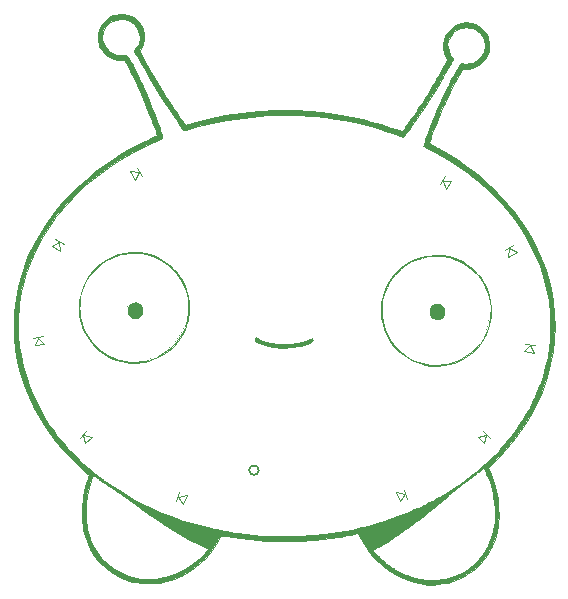
<source format=gto>
G04 #@! TF.FileFunction,Legend,Top*
%FSLAX46Y46*%
G04 Gerber Fmt 4.6, Leading zero omitted, Abs format (unit mm)*
G04 Created by KiCad (PCBNEW 4.0.7) date 06/13/18 14:50:45*
%MOMM*%
%LPD*%
G01*
G04 APERTURE LIST*
%ADD10C,0.100000*%
%ADD11C,0.150000*%
%ADD12C,0.010000*%
%ADD13C,2.100000*%
%ADD14O,2.100000X2.100000*%
G04 APERTURE END LIST*
D10*
D11*
X97860000Y-114460000D02*
G75*
G03X97860000Y-114460000I-400000J0D01*
G01*
D10*
X110230877Y-116512692D02*
X109803870Y-117093781D01*
X109803870Y-117093781D02*
X109530253Y-116342027D01*
X109530253Y-116342027D02*
X110230877Y-116512692D01*
X110414670Y-116871468D02*
X110141054Y-116119714D01*
X91064123Y-116703192D02*
X91764747Y-116532527D01*
X91764747Y-116532527D02*
X91491130Y-117284281D01*
X91491130Y-117284281D02*
X91064123Y-116703192D01*
X91153946Y-116310214D02*
X90880330Y-117061968D01*
X83029157Y-111477157D02*
X83736264Y-111618579D01*
X83736264Y-111618579D02*
X83170579Y-112184264D01*
X83170579Y-112184264D02*
X83029157Y-111477157D01*
X83276645Y-111158959D02*
X82710959Y-111724645D01*
X79178541Y-103238077D02*
X79676653Y-103759502D01*
X79676653Y-103759502D02*
X78888807Y-103898421D01*
X78888807Y-103898421D02*
X79178541Y-103238077D01*
X79563781Y-103119377D02*
X78775935Y-103258296D01*
X80972000Y-95157590D02*
X81018410Y-95877205D01*
X81018410Y-95877205D02*
X80325590Y-95477205D01*
X80325590Y-95477205D02*
X80972000Y-95157590D01*
X81343410Y-95314289D02*
X80650590Y-94914289D01*
X87722410Y-89208000D02*
X87402795Y-89854410D01*
X87402795Y-89854410D02*
X87002795Y-89161590D01*
X87002795Y-89161590D02*
X87722410Y-89208000D01*
X87965711Y-89529410D02*
X87565711Y-88836590D01*
X113464339Y-89940569D02*
X114185261Y-89957054D01*
X114185261Y-89957054D02*
X113726400Y-90612376D01*
X113726400Y-90612376D02*
X113464339Y-89940569D01*
X113652812Y-89584230D02*
X113193951Y-90239551D01*
X119065211Y-95658821D02*
X119700073Y-96000801D01*
X119700073Y-96000801D02*
X118993715Y-96376378D01*
X118993715Y-96376378D02*
X119065211Y-95658821D01*
X119394917Y-95426885D02*
X118688559Y-95802462D01*
X120832669Y-103870893D02*
X121145273Y-104520723D01*
X121145273Y-104520723D02*
X120353058Y-104409384D01*
X120353058Y-104409384D02*
X120832669Y-103870893D01*
X121235735Y-103877049D02*
X120443521Y-103765710D01*
X117122843Y-111477157D02*
X116981421Y-112184264D01*
X116981421Y-112184264D02*
X116415736Y-111618579D01*
X116415736Y-111618579D02*
X117122843Y-111477157D01*
X117441041Y-111724645D02*
X116875355Y-111158959D01*
D12*
G36*
X86481118Y-75871701D02*
X86638955Y-75879430D01*
X86760283Y-75897122D01*
X86869169Y-75928713D01*
X86989678Y-75978141D01*
X87027362Y-75995070D01*
X87379961Y-76198869D01*
X87673299Y-76461277D01*
X87903795Y-76777122D01*
X88067867Y-77141230D01*
X88161936Y-77548430D01*
X88173590Y-77650819D01*
X88168308Y-77970430D01*
X88101540Y-78310561D01*
X87979980Y-78641536D01*
X87925516Y-78750116D01*
X87798499Y-78984399D01*
X88107820Y-79575616D01*
X88743189Y-80750954D01*
X89382690Y-81854909D01*
X90034126Y-82900686D01*
X90405575Y-83463638D01*
X90620484Y-83779930D01*
X90830516Y-84083838D01*
X91030059Y-84367662D01*
X91213503Y-84623703D01*
X91375235Y-84844262D01*
X91509644Y-85021639D01*
X91611119Y-85148136D01*
X91674048Y-85216054D01*
X91689816Y-85225666D01*
X91738249Y-85214273D01*
X91851431Y-85183165D01*
X92013015Y-85136953D01*
X92206651Y-85080245D01*
X92228019Y-85073917D01*
X93599213Y-84709976D01*
X95005689Y-84419501D01*
X96440355Y-84202657D01*
X97896120Y-84059610D01*
X99365889Y-83990526D01*
X100842571Y-83995571D01*
X102319073Y-84074911D01*
X103788303Y-84228712D01*
X105243168Y-84457140D01*
X106582834Y-84738053D01*
X106950211Y-84829175D01*
X107356410Y-84937535D01*
X107785747Y-85058351D01*
X108222535Y-85186843D01*
X108651091Y-85318229D01*
X109055731Y-85447727D01*
X109420769Y-85570557D01*
X109730521Y-85681936D01*
X109911635Y-85752820D01*
X109934593Y-85758097D01*
X109961461Y-85750300D01*
X109998168Y-85722345D01*
X110050641Y-85667149D01*
X110124807Y-85577627D01*
X110226593Y-85446695D01*
X110361926Y-85267268D01*
X110536733Y-85032264D01*
X110706758Y-84802494D01*
X110800726Y-84673311D01*
X110890926Y-84546205D01*
X110904038Y-84527328D01*
X110965067Y-84439648D01*
X111060225Y-84303665D01*
X111174869Y-84140281D01*
X111260023Y-84019166D01*
X111391990Y-83825811D01*
X111557623Y-83574029D01*
X111747760Y-83278429D01*
X111953242Y-82953620D01*
X112164907Y-82614213D01*
X112373596Y-82274816D01*
X112570147Y-81950039D01*
X112745400Y-81654491D01*
X112780847Y-81593710D01*
X112897443Y-81392420D01*
X113001672Y-81210722D01*
X113102629Y-81032343D01*
X113209407Y-80841013D01*
X113331100Y-80620459D01*
X113476802Y-80354411D01*
X113613492Y-80103881D01*
X113832397Y-79702263D01*
X113712789Y-79490048D01*
X113554500Y-79126118D01*
X113476840Y-78744239D01*
X113481155Y-78354552D01*
X113528524Y-78101995D01*
X113668634Y-77710789D01*
X113868343Y-77368992D01*
X114118982Y-77080666D01*
X114411886Y-76849875D01*
X114738389Y-76680683D01*
X115089822Y-76577152D01*
X115457520Y-76543347D01*
X115832816Y-76583331D01*
X116207044Y-76701167D01*
X116360550Y-76774185D01*
X116684811Y-76989492D01*
X116950283Y-77256692D01*
X117155122Y-77565021D01*
X117297481Y-77903714D01*
X117375516Y-78262009D01*
X117387381Y-78629140D01*
X117331231Y-78994344D01*
X117205221Y-79346856D01*
X117007505Y-79675913D01*
X116883650Y-79825589D01*
X116606753Y-80074438D01*
X116287233Y-80270343D01*
X115943110Y-80405644D01*
X115592407Y-80472684D01*
X115355378Y-80475091D01*
X115110923Y-80457613D01*
X114902282Y-80804281D01*
X114784385Y-81010458D01*
X114636749Y-81285710D01*
X114463642Y-81621576D01*
X114269334Y-82009596D01*
X114058095Y-82441309D01*
X113834194Y-82908255D01*
X113739219Y-83109000D01*
X113626174Y-83350798D01*
X113521351Y-83579848D01*
X113419708Y-83808088D01*
X113316201Y-84047458D01*
X113205786Y-84309897D01*
X113083419Y-84607343D01*
X112944058Y-84951736D01*
X112782657Y-85355016D01*
X112657269Y-85670166D01*
X112573411Y-85885563D01*
X112490368Y-86106345D01*
X112413745Y-86316744D01*
X112349147Y-86500992D01*
X112302179Y-86643319D01*
X112278447Y-86727958D01*
X112276667Y-86740884D01*
X112312099Y-86772688D01*
X112410868Y-86837667D01*
X112561679Y-86929006D01*
X112753242Y-87039894D01*
X112974263Y-87163516D01*
X113006917Y-87181454D01*
X113812632Y-87645833D01*
X114618515Y-88153957D01*
X115403949Y-88691675D01*
X116148315Y-89244839D01*
X116830996Y-89799298D01*
X116869834Y-89832546D01*
X117303448Y-90221115D01*
X117758630Y-90658329D01*
X118218256Y-91126116D01*
X118665202Y-91606400D01*
X119082342Y-92081108D01*
X119452551Y-92532165D01*
X119564238Y-92676333D01*
X120222166Y-93598934D01*
X120815157Y-94551839D01*
X121338950Y-95526765D01*
X121789284Y-96515429D01*
X122161900Y-97509549D01*
X122333445Y-98060062D01*
X122602039Y-99119137D01*
X122791635Y-100166753D01*
X122902363Y-101209877D01*
X122934354Y-102255472D01*
X122887739Y-103310505D01*
X122762647Y-104381939D01*
X122559211Y-105476741D01*
X122479229Y-105826279D01*
X122191007Y-106853835D01*
X121820263Y-107870929D01*
X121368822Y-108874438D01*
X120838509Y-109861243D01*
X120231151Y-110828222D01*
X119548571Y-111772255D01*
X118792596Y-112690221D01*
X117965052Y-113578999D01*
X117915101Y-113629382D01*
X117306397Y-114241264D01*
X117422034Y-114518382D01*
X117719862Y-115316736D01*
X117941250Y-116105912D01*
X118090296Y-116902854D01*
X118161553Y-117576065D01*
X118177446Y-118278847D01*
X118126468Y-118974690D01*
X118011267Y-119652587D01*
X117834491Y-120301525D01*
X117598791Y-120910495D01*
X117306814Y-121468486D01*
X117175706Y-121673692D01*
X117040861Y-121859186D01*
X116872971Y-122069583D01*
X116689823Y-122284402D01*
X116509204Y-122483160D01*
X116348902Y-122645375D01*
X116270265Y-122716313D01*
X115915780Y-122990918D01*
X115525840Y-123252390D01*
X115121475Y-123488683D01*
X114723716Y-123687753D01*
X114353592Y-123837558D01*
X114257048Y-123869259D01*
X113878074Y-123970425D01*
X113467282Y-124052596D01*
X113049621Y-124112467D01*
X112650037Y-124146735D01*
X112293477Y-124152095D01*
X112170834Y-124145587D01*
X111443144Y-124047477D01*
X110733484Y-123869544D01*
X110047651Y-123615741D01*
X109391441Y-123290024D01*
X108770651Y-122896346D01*
X108191078Y-122438663D01*
X107658518Y-121920928D01*
X107178767Y-121347097D01*
X107102082Y-121233115D01*
X107537053Y-121233115D01*
X107564419Y-121291400D01*
X107630584Y-121365067D01*
X107717353Y-121454474D01*
X107817103Y-121571310D01*
X107844794Y-121606461D01*
X107924940Y-121693287D01*
X107990456Y-121734079D01*
X108010085Y-121732552D01*
X108036865Y-121730215D01*
X108029792Y-121746995D01*
X108043371Y-121797036D01*
X108106579Y-121880108D01*
X108171418Y-121945742D01*
X108263778Y-122028464D01*
X108324890Y-122077961D01*
X108339667Y-122084875D01*
X108367439Y-122103430D01*
X108440646Y-122167730D01*
X108544123Y-122264394D01*
X108556485Y-122276221D01*
X108673907Y-122378488D01*
X108771544Y-122444710D01*
X108830528Y-122462130D01*
X108831144Y-122461909D01*
X108876530Y-122462075D01*
X108878909Y-122477600D01*
X108903339Y-122525544D01*
X108974959Y-122592610D01*
X109066057Y-122658454D01*
X109148918Y-122702730D01*
X109192652Y-122707928D01*
X109225951Y-122717955D01*
X109228667Y-122735030D01*
X109259517Y-122765022D01*
X109294366Y-122759180D01*
X109338037Y-122756211D01*
X109334603Y-122775166D01*
X109349196Y-122820379D01*
X109415656Y-122878517D01*
X109506622Y-122932648D01*
X109594734Y-122965840D01*
X109643616Y-122966401D01*
X109679805Y-122967807D01*
X109675429Y-122983340D01*
X109692828Y-123026328D01*
X109764951Y-123086585D01*
X109792351Y-123103779D01*
X109897060Y-123156734D01*
X110049738Y-123222916D01*
X110233582Y-123296271D01*
X110431785Y-123370745D01*
X110627542Y-123440283D01*
X110804047Y-123498831D01*
X110944496Y-123540333D01*
X111032081Y-123558735D01*
X111051026Y-123557248D01*
X111117825Y-123556254D01*
X111146894Y-123573077D01*
X111216441Y-123602161D01*
X111350677Y-123635899D01*
X111530053Y-123670420D01*
X111735022Y-123701856D01*
X111895667Y-123721281D01*
X111992427Y-123727322D01*
X112153224Y-123732858D01*
X112357430Y-123737348D01*
X112584415Y-123740256D01*
X112636500Y-123740636D01*
X112908016Y-123739519D01*
X113123146Y-123730458D01*
X113310013Y-123710677D01*
X113496741Y-123677400D01*
X113665475Y-123639062D01*
X114186818Y-123496624D01*
X114645311Y-123332680D01*
X115062008Y-123137081D01*
X115457961Y-122899677D01*
X115854221Y-122610318D01*
X115937063Y-122543937D01*
X116083218Y-122423942D01*
X116189563Y-122330860D01*
X116278844Y-122241894D01*
X116373808Y-122134251D01*
X116497200Y-121985135D01*
X116508762Y-121971000D01*
X116617916Y-121840482D01*
X116710553Y-121735109D01*
X116770928Y-121672619D01*
X116780626Y-121664731D01*
X116800225Y-121636427D01*
X116785167Y-121632333D01*
X116767086Y-121616447D01*
X116785287Y-121599935D01*
X116843332Y-121535681D01*
X116927368Y-121416366D01*
X117024868Y-121262323D01*
X117123304Y-121093887D01*
X117210146Y-120931392D01*
X117254648Y-120838125D01*
X117447796Y-120374339D01*
X117590694Y-119961053D01*
X117687968Y-119584293D01*
X117713181Y-119452166D01*
X117750648Y-119258796D01*
X117791737Y-119085431D01*
X117830234Y-118956782D01*
X117848914Y-118912416D01*
X117882633Y-118832754D01*
X117879741Y-118796224D01*
X117877644Y-118795974D01*
X117866284Y-118755979D01*
X117856707Y-118645383D01*
X117849579Y-118478245D01*
X117845570Y-118268624D01*
X117844967Y-118108058D01*
X117842021Y-117845018D01*
X117832928Y-117583566D01*
X117818943Y-117347866D01*
X117801320Y-117162078D01*
X117792786Y-117102666D01*
X117724041Y-116703958D01*
X117664238Y-116374095D01*
X117614188Y-116117318D01*
X117574701Y-115937868D01*
X117558168Y-115875000D01*
X117497368Y-115682709D01*
X117416898Y-115450538D01*
X117326109Y-115203401D01*
X117234353Y-114966214D01*
X117150984Y-114763892D01*
X117094281Y-114639124D01*
X117032412Y-114507458D01*
X116989498Y-114404782D01*
X116975667Y-114357903D01*
X116940923Y-114309704D01*
X116866966Y-114281856D01*
X116801823Y-114290287D01*
X116782916Y-114341154D01*
X116790369Y-114359417D01*
X116786648Y-114389504D01*
X116764173Y-114386335D01*
X116702590Y-114401451D01*
X116609423Y-114460464D01*
X116564624Y-114497259D01*
X116470743Y-114574438D01*
X116401784Y-114620480D01*
X116385548Y-114626166D01*
X116338748Y-114654537D01*
X116260087Y-114726019D01*
X116223553Y-114763750D01*
X116139309Y-114847111D01*
X116077587Y-114895990D01*
X116064064Y-114901333D01*
X116014866Y-114929439D01*
X115964632Y-114977595D01*
X115884870Y-115048074D01*
X115770911Y-115129301D01*
X115737417Y-115150381D01*
X115640748Y-115217251D01*
X115584491Y-115271826D01*
X115578667Y-115285786D01*
X115545966Y-115323116D01*
X115533310Y-115324666D01*
X115466012Y-115350940D01*
X115431256Y-115377583D01*
X115314919Y-115480822D01*
X115196230Y-115577679D01*
X115093785Y-115653953D01*
X115026178Y-115695446D01*
X115010929Y-115698544D01*
X114972919Y-115718394D01*
X114920915Y-115779750D01*
X114857912Y-115850150D01*
X114812480Y-115875000D01*
X114745516Y-115899685D01*
X114719630Y-115918118D01*
X114583825Y-116030549D01*
X114497118Y-116096252D01*
X114445699Y-116125167D01*
X114426691Y-116129000D01*
X114408868Y-116155968D01*
X114417894Y-116176825D01*
X114417608Y-116209473D01*
X114390771Y-116205756D01*
X114332175Y-116223773D01*
X114243997Y-116290493D01*
X114185537Y-116348431D01*
X114090873Y-116440676D01*
X114011913Y-116499167D01*
X113982325Y-116510000D01*
X113933329Y-116543846D01*
X113927667Y-116570647D01*
X113892392Y-116630891D01*
X113842385Y-116658361D01*
X113784411Y-116694938D01*
X113781273Y-116724534D01*
X113764693Y-116766494D01*
X113691425Y-116814479D01*
X113686637Y-116816656D01*
X113581808Y-116876475D01*
X113486599Y-116951560D01*
X113421018Y-117023210D01*
X113405071Y-117072723D01*
X113408121Y-117077010D01*
X113396903Y-117098477D01*
X113361796Y-117102666D01*
X113286315Y-117130324D01*
X113189972Y-117198829D01*
X113167614Y-117219083D01*
X113049002Y-117326444D01*
X112919749Y-117435782D01*
X112904457Y-117448099D01*
X112783228Y-117545807D01*
X112643619Y-117659513D01*
X112591729Y-117702099D01*
X112454392Y-117810434D01*
X112311586Y-117916113D01*
X112263935Y-117949333D01*
X112169548Y-118019820D01*
X112113910Y-118073855D01*
X112107623Y-118086916D01*
X112074150Y-118117103D01*
X112059271Y-118118666D01*
X111998389Y-118146883D01*
X111920674Y-118213916D01*
X111817976Y-118309358D01*
X111711308Y-118393833D01*
X111588866Y-118485733D01*
X111479489Y-118573698D01*
X111388678Y-118638314D01*
X111318273Y-118668628D01*
X111313584Y-118668948D01*
X111264414Y-118696384D01*
X111260667Y-118712381D01*
X111225624Y-118757882D01*
X111154834Y-118796000D01*
X111076388Y-118839022D01*
X111049000Y-118876166D01*
X111016118Y-118921182D01*
X110933697Y-118986145D01*
X110896491Y-119010350D01*
X110767205Y-119100482D01*
X110628890Y-119211536D01*
X110589574Y-119246434D01*
X110490323Y-119329089D01*
X110410981Y-119380311D01*
X110385778Y-119388464D01*
X110328446Y-119413258D01*
X110322278Y-119423223D01*
X110283440Y-119460303D01*
X110189820Y-119532961D01*
X110056888Y-119629523D01*
X109948334Y-119705362D01*
X109776998Y-119824617D01*
X109614187Y-119940314D01*
X109484087Y-120035161D01*
X109435672Y-120071838D01*
X109339606Y-120137103D01*
X109271350Y-120166214D01*
X109255756Y-120163644D01*
X109231078Y-120169516D01*
X109228667Y-120188442D01*
X109203834Y-120220313D01*
X109186334Y-120214166D01*
X109147357Y-120218272D01*
X109144000Y-120234163D01*
X109109697Y-120286106D01*
X109069917Y-120308508D01*
X109001901Y-120344457D01*
X108885847Y-120415411D01*
X108743255Y-120508071D01*
X108695712Y-120540013D01*
X108553559Y-120632637D01*
X108434990Y-120703161D01*
X108359378Y-120740305D01*
X108346462Y-120743333D01*
X108300022Y-120769171D01*
X108297334Y-120781642D01*
X108261640Y-120815130D01*
X108165474Y-120874567D01*
X108025208Y-120950358D01*
X107918053Y-121003892D01*
X107757552Y-121085923D01*
X107630326Y-121158919D01*
X107552878Y-121212949D01*
X107537053Y-121233115D01*
X107102082Y-121233115D01*
X106757623Y-120721123D01*
X106518905Y-120289824D01*
X106433079Y-120116524D01*
X106364035Y-119967915D01*
X106319826Y-119861920D01*
X106307747Y-119819730D01*
X106276269Y-119782152D01*
X106233584Y-119786311D01*
X106104771Y-119819314D01*
X105907297Y-119862497D01*
X105656173Y-119913108D01*
X105366410Y-119968394D01*
X105053019Y-120025602D01*
X104731011Y-120081979D01*
X104415398Y-120134773D01*
X104121192Y-120181230D01*
X103915834Y-120211352D01*
X102591207Y-120361214D01*
X101228063Y-120446288D01*
X99842031Y-120466873D01*
X98448741Y-120423272D01*
X97063821Y-120315785D01*
X95702901Y-120144713D01*
X95068167Y-120041051D01*
X94874299Y-120007590D01*
X94747753Y-119989777D01*
X94672476Y-119988511D01*
X94632417Y-120004692D01*
X94611525Y-120039218D01*
X94602131Y-120067164D01*
X94535675Y-120224218D01*
X94423444Y-120431297D01*
X94274903Y-120674259D01*
X94099517Y-120938967D01*
X93906751Y-121211280D01*
X93706071Y-121477060D01*
X93506942Y-121722166D01*
X93449771Y-121788580D01*
X92998546Y-122247163D01*
X92481357Y-122671508D01*
X91912772Y-123053514D01*
X91307358Y-123385084D01*
X90679681Y-123658118D01*
X90044310Y-123864517D01*
X89503931Y-123982371D01*
X89141951Y-124025176D01*
X88736879Y-124044137D01*
X88313898Y-124040145D01*
X87898196Y-124014091D01*
X87514955Y-123966865D01*
X87194167Y-123900644D01*
X86919516Y-123825169D01*
X86697924Y-123756647D01*
X86500832Y-123684148D01*
X86299678Y-123596737D01*
X86065901Y-123483485D01*
X85945334Y-123422644D01*
X85356297Y-123077681D01*
X84825869Y-122672105D01*
X84355255Y-122207540D01*
X83945661Y-121685612D01*
X83598293Y-121107943D01*
X83314356Y-120476157D01*
X83095056Y-119791879D01*
X83021468Y-119484395D01*
X82966049Y-119152581D01*
X82927541Y-118760799D01*
X82906526Y-118332155D01*
X82905089Y-118115820D01*
X83224555Y-118115820D01*
X83225847Y-118203333D01*
X83230738Y-118334300D01*
X83234165Y-118500115D01*
X83234974Y-118583875D01*
X83243290Y-118742263D01*
X83263200Y-118886616D01*
X83277209Y-118943708D01*
X83304907Y-119060698D01*
X83329733Y-119216897D01*
X83339411Y-119304000D01*
X83368856Y-119479920D01*
X83426810Y-119711055D01*
X83506089Y-119975845D01*
X83599508Y-120252731D01*
X83699883Y-120520152D01*
X83800028Y-120756548D01*
X83872694Y-120904297D01*
X84217745Y-121457842D01*
X84628672Y-121964305D01*
X85097615Y-122416054D01*
X85616714Y-122805457D01*
X86141210Y-123106755D01*
X86476491Y-123263863D01*
X86787624Y-123386894D01*
X87101773Y-123484259D01*
X87446102Y-123564370D01*
X87847774Y-123635640D01*
X87850334Y-123636045D01*
X87999597Y-123650278D01*
X88211441Y-123658198D01*
X88464050Y-123660225D01*
X88735604Y-123656780D01*
X89004287Y-123648280D01*
X89248282Y-123635147D01*
X89445771Y-123617800D01*
X89544106Y-123603479D01*
X90268603Y-123425878D01*
X90946649Y-123178701D01*
X91582220Y-122860386D01*
X91850834Y-122696488D01*
X92145695Y-122490023D01*
X92458973Y-122242768D01*
X92769977Y-121973047D01*
X93058020Y-121699183D01*
X93302411Y-121439502D01*
X93396000Y-121327952D01*
X93492105Y-121203720D01*
X93536713Y-121127365D01*
X93533018Y-121082131D01*
X93484210Y-121051261D01*
X93451135Y-121038588D01*
X93332640Y-120993242D01*
X93247834Y-120957938D01*
X92776066Y-120745037D01*
X92371585Y-120555355D01*
X92022238Y-120382822D01*
X91715872Y-120221369D01*
X91440333Y-120064927D01*
X91342834Y-120006533D01*
X91163521Y-119895704D01*
X91009251Y-119796825D01*
X90895343Y-119719965D01*
X90837111Y-119675189D01*
X90834680Y-119672556D01*
X90768183Y-119620933D01*
X90744650Y-119612656D01*
X90677832Y-119584545D01*
X90570465Y-119523998D01*
X90443094Y-119444543D01*
X90316266Y-119359708D01*
X90210523Y-119283020D01*
X90146411Y-119228007D01*
X90136334Y-119212106D01*
X90110118Y-119191242D01*
X90094000Y-119198166D01*
X90054900Y-119196888D01*
X90051667Y-119183141D01*
X90017293Y-119143978D01*
X89926556Y-119078608D01*
X89798037Y-119000220D01*
X89778476Y-118989176D01*
X89607164Y-118887537D01*
X89433834Y-118775407D01*
X89312443Y-118689199D01*
X89205130Y-118609521D01*
X89127530Y-118556068D01*
X89101325Y-118542000D01*
X89052968Y-118518245D01*
X88946986Y-118451963D01*
X88794078Y-118350626D01*
X88604946Y-118221705D01*
X88390289Y-118072672D01*
X88160810Y-117910998D01*
X87927208Y-117744156D01*
X87700183Y-117579618D01*
X87490437Y-117424854D01*
X87351936Y-117320478D01*
X87126488Y-117149614D01*
X86902009Y-116981318D01*
X86695697Y-116828353D01*
X86524752Y-116703483D01*
X86420603Y-116629315D01*
X86281136Y-116531122D01*
X86165257Y-116447470D01*
X86093452Y-116393207D01*
X86084704Y-116385899D01*
X86049101Y-116361833D01*
X86241667Y-116361833D01*
X86262834Y-116383000D01*
X86284000Y-116361833D01*
X86262834Y-116340666D01*
X86241667Y-116361833D01*
X86049101Y-116361833D01*
X86025302Y-116345747D01*
X86007664Y-116340666D01*
X85962787Y-116318811D01*
X85873479Y-116264071D01*
X85764265Y-116192687D01*
X85659674Y-116120898D01*
X85584232Y-116064944D01*
X85564334Y-116047127D01*
X85497094Y-115995780D01*
X85361153Y-115913450D01*
X85215084Y-115832249D01*
X85117259Y-115770405D01*
X85061375Y-115717891D01*
X85056334Y-115704806D01*
X85021901Y-115668314D01*
X84990909Y-115663333D01*
X84916513Y-115635244D01*
X84830147Y-115568083D01*
X84720380Y-115479499D01*
X84619216Y-115420282D01*
X84527627Y-115362148D01*
X84479210Y-115304109D01*
X84440729Y-115259927D01*
X84419794Y-115262118D01*
X84372406Y-115248751D01*
X84325183Y-115198644D01*
X84272862Y-115141811D01*
X84244255Y-115134856D01*
X84202975Y-115123234D01*
X84127868Y-115067500D01*
X84108671Y-115050275D01*
X84004214Y-114971312D01*
X83904031Y-114921876D01*
X83897078Y-114919949D01*
X83861978Y-114910554D01*
X83834555Y-114909803D01*
X83810023Y-114928326D01*
X83783599Y-114976755D01*
X83750497Y-115065719D01*
X83705932Y-115205850D01*
X83645121Y-115407780D01*
X83581547Y-115621000D01*
X83536365Y-115786020D01*
X83483592Y-115999489D01*
X83431629Y-116226715D01*
X83408008Y-116337397D01*
X83368747Y-116521536D01*
X83334103Y-116674149D01*
X83308439Y-116776573D01*
X83297635Y-116809351D01*
X83288514Y-116861522D01*
X83277574Y-116980693D01*
X83265722Y-117149241D01*
X83253866Y-117349542D01*
X83242914Y-117563973D01*
X83233773Y-117774912D01*
X83227351Y-117964736D01*
X83224555Y-118115820D01*
X82905089Y-118115820D01*
X82903586Y-117889760D01*
X82919302Y-117456720D01*
X82954258Y-117056144D01*
X82959277Y-117015254D01*
X83012255Y-116670268D01*
X83086771Y-116285620D01*
X83176136Y-115890349D01*
X83273661Y-115513495D01*
X83372658Y-115184097D01*
X83398898Y-115106701D01*
X83482492Y-114867569D01*
X83134449Y-114571211D01*
X82271702Y-113787380D01*
X81464665Y-112954267D01*
X80716609Y-112077185D01*
X80030803Y-111161451D01*
X79410517Y-110212379D01*
X78859021Y-109235285D01*
X78379586Y-108235483D01*
X77975481Y-107218288D01*
X77649975Y-106189016D01*
X77438411Y-105312833D01*
X77250970Y-104229779D01*
X77142132Y-103165446D01*
X77116512Y-102264833D01*
X77502172Y-102264833D01*
X77507573Y-102792070D01*
X77522410Y-103251042D01*
X77548116Y-103657769D01*
X77586121Y-104028274D01*
X77637858Y-104378579D01*
X77704758Y-104724705D01*
X77733605Y-104854767D01*
X77786153Y-105084728D01*
X77845566Y-105345183D01*
X77899968Y-105584060D01*
X77905678Y-105609166D01*
X78123224Y-106420116D01*
X78410944Y-107256644D01*
X78763203Y-108106629D01*
X79174363Y-108957952D01*
X79638787Y-109798490D01*
X80150840Y-110616125D01*
X80409955Y-110994158D01*
X80807302Y-111526417D01*
X81262451Y-112082768D01*
X81759312Y-112645969D01*
X82281795Y-113198781D01*
X82813811Y-113723963D01*
X83339268Y-114204276D01*
X83659334Y-114475777D01*
X83804833Y-114595139D01*
X83931888Y-114699390D01*
X84021893Y-114773261D01*
X84048123Y-114794803D01*
X84137378Y-114862124D01*
X84227676Y-114924324D01*
X84295377Y-114986392D01*
X84309293Y-115038287D01*
X84308596Y-115039504D01*
X84308153Y-115063327D01*
X84331980Y-115052396D01*
X84397689Y-115048276D01*
X84459699Y-115088225D01*
X84484618Y-115146082D01*
X84477827Y-115166670D01*
X84477785Y-115190498D01*
X84498552Y-115181102D01*
X84558665Y-115183488D01*
X84642582Y-115225559D01*
X84722761Y-115287327D01*
X84771659Y-115348799D01*
X84772964Y-115380273D01*
X84774839Y-115401828D01*
X84796082Y-115392030D01*
X84858010Y-115393018D01*
X84942863Y-115433889D01*
X85023070Y-115494978D01*
X85071060Y-115556620D01*
X85071457Y-115588444D01*
X85069802Y-115613997D01*
X85091251Y-115604416D01*
X85158415Y-115597023D01*
X85233374Y-115627017D01*
X85283292Y-115675656D01*
X85283812Y-115714331D01*
X85280891Y-115740995D01*
X85304381Y-115730512D01*
X85361269Y-115738634D01*
X85466995Y-115789719D01*
X85603544Y-115874771D01*
X85630450Y-115893304D01*
X85762257Y-115983714D01*
X85865825Y-116051518D01*
X85923133Y-116085019D01*
X85928252Y-116086666D01*
X85971108Y-116108614D01*
X86064885Y-116166600D01*
X86190638Y-116248842D01*
X86211974Y-116263138D01*
X86689931Y-116567060D01*
X87231836Y-116881339D01*
X87819265Y-117196744D01*
X88433797Y-117504043D01*
X89057010Y-117794004D01*
X89670482Y-118057395D01*
X90221000Y-118272210D01*
X90424457Y-118348812D01*
X90627943Y-118428103D01*
X90798865Y-118497287D01*
X90856000Y-118521508D01*
X91009359Y-118580810D01*
X91225083Y-118653958D01*
X91491479Y-118737808D01*
X91796857Y-118829210D01*
X92129528Y-118925019D01*
X92477799Y-119022088D01*
X92829980Y-119117269D01*
X93174380Y-119207416D01*
X93499309Y-119289383D01*
X93793075Y-119360021D01*
X94043988Y-119416185D01*
X94240358Y-119454728D01*
X94370492Y-119472502D01*
X94392084Y-119473333D01*
X94471041Y-119487982D01*
X94496667Y-119515666D01*
X94532941Y-119547324D01*
X94604024Y-119558000D01*
X94683592Y-119564932D01*
X94828139Y-119583963D01*
X95019271Y-119612440D01*
X95238596Y-119647712D01*
X95313107Y-119660234D01*
X95549541Y-119699710D01*
X95775244Y-119736153D01*
X95967764Y-119766021D01*
X96104648Y-119785771D01*
X96126500Y-119788583D01*
X96300066Y-119811901D01*
X96493755Y-119840608D01*
X96571000Y-119852907D01*
X96732945Y-119875430D01*
X96936160Y-119898136D01*
X97137399Y-119916208D01*
X97142500Y-119916594D01*
X97321743Y-119932079D01*
X97483771Y-119949554D01*
X97597284Y-119965586D01*
X97608167Y-119967650D01*
X97767755Y-119989682D01*
X98001251Y-120007828D01*
X98297987Y-120022106D01*
X98647293Y-120032539D01*
X99038502Y-120039144D01*
X99460945Y-120041943D01*
X99903954Y-120040956D01*
X100356859Y-120036203D01*
X100808993Y-120027704D01*
X101249686Y-120015478D01*
X101668272Y-119999547D01*
X102054080Y-119979931D01*
X102370667Y-119958664D01*
X103478071Y-119848136D01*
X104611369Y-119687528D01*
X105733887Y-119482648D01*
X106625167Y-119284579D01*
X106801903Y-119242442D01*
X107013093Y-119192967D01*
X107196667Y-119150614D01*
X107372216Y-119105103D01*
X107612569Y-119034989D01*
X107903161Y-118945138D01*
X108229423Y-118840415D01*
X108576789Y-118725687D01*
X108930690Y-118605821D01*
X109276560Y-118485681D01*
X109599831Y-118370135D01*
X109885936Y-118264049D01*
X110096500Y-118181937D01*
X110410841Y-118053666D01*
X110732348Y-117919740D01*
X111047845Y-117785881D01*
X111344154Y-117657815D01*
X111608097Y-117541264D01*
X111826495Y-117441954D01*
X111986172Y-117365609D01*
X112040327Y-117337589D01*
X112154128Y-117275962D01*
X112315868Y-117188572D01*
X112498935Y-117089792D01*
X112594167Y-117038458D01*
X112794753Y-116929988D01*
X112947801Y-116845760D01*
X113080505Y-116770221D01*
X113220057Y-116687816D01*
X113393651Y-116582994D01*
X113444124Y-116552333D01*
X113603248Y-116456375D01*
X113762980Y-116361255D01*
X113860696Y-116303907D01*
X113996647Y-116221137D01*
X114180770Y-116103789D01*
X114391903Y-115965877D01*
X114608883Y-115821413D01*
X114810547Y-115684410D01*
X114975732Y-115568883D01*
X115028334Y-115530732D01*
X115138650Y-115453291D01*
X115222086Y-115401823D01*
X115252128Y-115389216D01*
X115303193Y-115357805D01*
X115315628Y-115341783D01*
X115359599Y-115297591D01*
X115455071Y-115214107D01*
X115586911Y-115104269D01*
X115705667Y-115008298D01*
X115874162Y-114873864D01*
X116037156Y-114743825D01*
X116171577Y-114636588D01*
X116231216Y-114589014D01*
X116337374Y-114502730D01*
X116419371Y-114433238D01*
X116442883Y-114411797D01*
X116495664Y-114367676D01*
X116598598Y-114287177D01*
X116733735Y-114184229D01*
X116806334Y-114129762D01*
X117021828Y-113954647D01*
X117278035Y-113722771D01*
X117564720Y-113444998D01*
X117871651Y-113132192D01*
X118188592Y-112795215D01*
X118505310Y-112444930D01*
X118811571Y-112092201D01*
X119097141Y-111747891D01*
X119332419Y-111448390D01*
X119534376Y-111172807D01*
X119760363Y-110847426D01*
X119995025Y-110495681D01*
X120223006Y-110141005D01*
X120428949Y-109806831D01*
X120592821Y-109525000D01*
X120697807Y-109336720D01*
X120794866Y-109162684D01*
X120872478Y-109023550D01*
X120915878Y-108945780D01*
X121009149Y-108765282D01*
X121123223Y-108523561D01*
X121250258Y-108239070D01*
X121382412Y-107930260D01*
X121511844Y-107615581D01*
X121630710Y-107313487D01*
X121731171Y-107042428D01*
X121760442Y-106958567D01*
X121892518Y-106550446D01*
X122020666Y-106113595D01*
X122139111Y-105670459D01*
X122242077Y-105243483D01*
X122323789Y-104855111D01*
X122369093Y-104593166D01*
X122419312Y-104253357D01*
X122458646Y-103965564D01*
X122488359Y-103711252D01*
X122509716Y-103471888D01*
X122523978Y-103228936D01*
X122532409Y-102963864D01*
X122536273Y-102658136D01*
X122536832Y-102293220D01*
X122536450Y-102137833D01*
X122534563Y-101761924D01*
X122530871Y-101454527D01*
X122524434Y-101199491D01*
X122514312Y-100980667D01*
X122499567Y-100781903D01*
X122479258Y-100587049D01*
X122452445Y-100379956D01*
X122421912Y-100169333D01*
X122214382Y-99065131D01*
X121925438Y-97982520D01*
X121555959Y-96923178D01*
X121106824Y-95888780D01*
X120578911Y-94881004D01*
X119973098Y-93901527D01*
X119290264Y-92952026D01*
X118531286Y-92034178D01*
X117698963Y-91151571D01*
X117338254Y-90796846D01*
X117015764Y-90490267D01*
X116713773Y-90216426D01*
X116414562Y-89959915D01*
X116100410Y-89705324D01*
X115753597Y-89437245D01*
X115559208Y-89290942D01*
X114807596Y-88753488D01*
X114025906Y-88240070D01*
X113237457Y-87765205D01*
X112465568Y-87343412D01*
X112276667Y-87247332D01*
X112101492Y-87159603D01*
X111956137Y-87086726D01*
X111856077Y-87036466D01*
X111816959Y-87016680D01*
X111820459Y-86972872D01*
X111851107Y-86860230D01*
X111905353Y-86688829D01*
X111979648Y-86468740D01*
X112070446Y-86210037D01*
X112174196Y-85922794D01*
X112287351Y-85617082D01*
X112406361Y-85302977D01*
X112527679Y-84990550D01*
X112555875Y-84919130D01*
X112764580Y-84404752D01*
X112988436Y-83875702D01*
X113222424Y-83342507D01*
X113461529Y-82815693D01*
X113700735Y-82305787D01*
X113935026Y-81823314D01*
X114159384Y-81378803D01*
X114368795Y-80982778D01*
X114558241Y-80645766D01*
X114711836Y-80394957D01*
X114827565Y-80218358D01*
X114909127Y-80102149D01*
X114967830Y-80035306D01*
X115014983Y-80006802D01*
X115061894Y-80005610D01*
X115101210Y-80015285D01*
X115249982Y-80037339D01*
X115448358Y-80039925D01*
X115664051Y-80025079D01*
X115864774Y-79994840D01*
X115999394Y-79958596D01*
X116290313Y-79810720D01*
X116553796Y-79597942D01*
X116772048Y-79338396D01*
X116927275Y-79050219D01*
X116949239Y-78990603D01*
X117008267Y-78701178D01*
X117006857Y-78384274D01*
X116948506Y-78067921D01*
X116836710Y-77780144D01*
X116787546Y-77694422D01*
X116678399Y-77552100D01*
X116529892Y-77396634D01*
X116368750Y-77253239D01*
X116221699Y-77147131D01*
X116186758Y-77127572D01*
X115978191Y-77050497D01*
X115720785Y-76998769D01*
X115444249Y-76974608D01*
X115178295Y-76980230D01*
X114952635Y-77017856D01*
X114907364Y-77032038D01*
X114608070Y-77180462D01*
X114338102Y-77397992D01*
X114110989Y-77670553D01*
X113940262Y-77984072D01*
X113905458Y-78074285D01*
X113848336Y-78356949D01*
X113861676Y-78663282D01*
X113942214Y-78975328D01*
X114086688Y-79275129D01*
X114138131Y-79354402D01*
X114222677Y-79482538D01*
X114283687Y-79585717D01*
X114308594Y-79642602D01*
X114308667Y-79643949D01*
X114288295Y-79698349D01*
X114234333Y-79804132D01*
X114157516Y-79940543D01*
X114139334Y-79971394D01*
X114058959Y-80112344D01*
X113999236Y-80227862D01*
X113970941Y-80296822D01*
X113970000Y-80303351D01*
X113940876Y-80359157D01*
X113930755Y-80364388D01*
X113899241Y-80403967D01*
X113833417Y-80506601D01*
X113739924Y-80661239D01*
X113625399Y-80856830D01*
X113496482Y-81082324D01*
X113451772Y-81161666D01*
X113120362Y-81738625D01*
X112759394Y-82343234D01*
X112380211Y-82957629D01*
X111994156Y-83563945D01*
X111612573Y-84144320D01*
X111246805Y-84680887D01*
X110965294Y-85077500D01*
X110872587Y-85210971D01*
X110793925Y-85334113D01*
X110757421Y-85398941D01*
X110695368Y-85499034D01*
X110604440Y-85619195D01*
X110569151Y-85660787D01*
X110466739Y-85780915D01*
X110345209Y-85928866D01*
X110266668Y-86027262D01*
X110174848Y-86137744D01*
X110100978Y-86215152D01*
X110063483Y-86241666D01*
X110004358Y-86223830D01*
X109912941Y-86181755D01*
X109816107Y-86140140D01*
X109650708Y-86078390D01*
X109429303Y-86000604D01*
X109164450Y-85910883D01*
X108868709Y-85813324D01*
X108554638Y-85712029D01*
X108234797Y-85611095D01*
X107921745Y-85514622D01*
X107628040Y-85426711D01*
X107387167Y-85357325D01*
X106689644Y-85176341D01*
X105927328Y-85005848D01*
X105119795Y-84849220D01*
X104286618Y-84709834D01*
X103447373Y-84591065D01*
X102621633Y-84496289D01*
X102138067Y-84452119D01*
X101907655Y-84437791D01*
X101608927Y-84426148D01*
X101255618Y-84417178D01*
X100861466Y-84410866D01*
X100440210Y-84407198D01*
X100005587Y-84406159D01*
X99571333Y-84407737D01*
X99151186Y-84411916D01*
X98758885Y-84418683D01*
X98408166Y-84428024D01*
X98112766Y-84439925D01*
X97886424Y-84454371D01*
X97862167Y-84456492D01*
X96496578Y-84606651D01*
X95190458Y-84803453D01*
X93931148Y-85049205D01*
X92705986Y-85346210D01*
X92189500Y-85489395D01*
X91912211Y-85566947D01*
X91705925Y-85618611D01*
X91561418Y-85645558D01*
X91469467Y-85648957D01*
X91420849Y-85629978D01*
X91406339Y-85589791D01*
X91406333Y-85588708D01*
X91382168Y-85537820D01*
X91315411Y-85432247D01*
X91214677Y-85284734D01*
X91088575Y-85108027D01*
X91000810Y-84988562D01*
X90229202Y-83902190D01*
X89472072Y-82741675D01*
X88735754Y-81517146D01*
X88026580Y-80238734D01*
X87999600Y-80188000D01*
X87849208Y-79907025D01*
X87726585Y-79684064D01*
X87621453Y-79501493D01*
X87523533Y-79341691D01*
X87422547Y-79187033D01*
X87373779Y-79115029D01*
X87291471Y-78994558D01*
X87423441Y-78810792D01*
X87567741Y-78580597D01*
X87687324Y-78333867D01*
X87768445Y-78101104D01*
X87790893Y-77995518D01*
X87797377Y-77850959D01*
X87785104Y-77671953D01*
X87766842Y-77552138D01*
X87666142Y-77210586D01*
X87504494Y-76919225D01*
X87273797Y-76665939D01*
X87065913Y-76504137D01*
X86769769Y-76349773D01*
X86443989Y-76265984D01*
X86103986Y-76251659D01*
X85765172Y-76305686D01*
X85442961Y-76426954D01*
X85152766Y-76614351D01*
X85116863Y-76644673D01*
X84935422Y-76848183D01*
X84786532Y-77103025D01*
X84679101Y-77385040D01*
X84622036Y-77670071D01*
X84624244Y-77933959D01*
X84629523Y-77966394D01*
X84707655Y-78234384D01*
X84835844Y-78503237D01*
X84996573Y-78739982D01*
X85099628Y-78851302D01*
X85199986Y-78950685D01*
X85266508Y-79027325D01*
X85284645Y-79063633D01*
X85290568Y-79070303D01*
X85295661Y-79066727D01*
X85346099Y-79073213D01*
X85435057Y-79115594D01*
X85454858Y-79127415D01*
X85643585Y-79213165D01*
X85881069Y-79277209D01*
X86132792Y-79313121D01*
X86364235Y-79314478D01*
X86422498Y-79307512D01*
X86660266Y-79270226D01*
X86819713Y-79501736D01*
X86889041Y-79603146D01*
X86946153Y-79690227D01*
X86999181Y-79777655D01*
X87056258Y-79880105D01*
X87125518Y-80012254D01*
X87215093Y-80188777D01*
X87333118Y-80424351D01*
X87352518Y-80463166D01*
X87478721Y-80719104D01*
X87615705Y-81002830D01*
X87758834Y-81304173D01*
X87903474Y-81612958D01*
X88044992Y-81919013D01*
X88178753Y-82212164D01*
X88300123Y-82482238D01*
X88404467Y-82719063D01*
X88487152Y-82912464D01*
X88543543Y-83052270D01*
X88569005Y-83128306D01*
X88570000Y-83135801D01*
X88585406Y-83184776D01*
X88626569Y-83292106D01*
X88685906Y-83438322D01*
X88714407Y-83506607D01*
X88783962Y-83677339D01*
X88871789Y-83900895D01*
X88967497Y-84150430D01*
X89060693Y-84399100D01*
X89076694Y-84442500D01*
X89164113Y-84679111D01*
X89251305Y-84913056D01*
X89329409Y-85120686D01*
X89389562Y-85278354D01*
X89400780Y-85307253D01*
X89467102Y-85490443D01*
X89531767Y-85692098D01*
X89590133Y-85894562D01*
X89637561Y-86080184D01*
X89669409Y-86231308D01*
X89681037Y-86330281D01*
X89676676Y-86356850D01*
X89622058Y-86395173D01*
X89518695Y-86439944D01*
X89480167Y-86453170D01*
X89364953Y-86497046D01*
X89188119Y-86572984D01*
X88963398Y-86674446D01*
X88704524Y-86794893D01*
X88425230Y-86927783D01*
X88139250Y-87066579D01*
X87860318Y-87204739D01*
X87602167Y-87335726D01*
X87378531Y-87452998D01*
X87363500Y-87461075D01*
X86226611Y-88113984D01*
X85150471Y-88814811D01*
X84136846Y-89561447D01*
X83187503Y-90351784D01*
X82304209Y-91183712D01*
X81488730Y-92055122D01*
X80742833Y-92963905D01*
X80068284Y-93907952D01*
X79466850Y-94885153D01*
X78940296Y-95893401D01*
X78490391Y-96930585D01*
X78118900Y-97994596D01*
X77907231Y-98751166D01*
X77778704Y-99296032D01*
X77677929Y-99807368D01*
X77602457Y-100306438D01*
X77549835Y-100814504D01*
X77517614Y-101352828D01*
X77503341Y-101942673D01*
X77502172Y-102264833D01*
X77116512Y-102264833D01*
X77112149Y-102111468D01*
X77161269Y-101059481D01*
X77289745Y-100001119D01*
X77497825Y-98928020D01*
X77647513Y-98323910D01*
X77965822Y-97290709D01*
X78365342Y-96272002D01*
X78843322Y-95271378D01*
X79397012Y-94292426D01*
X80023662Y-93338736D01*
X80720520Y-92413896D01*
X81484837Y-91521496D01*
X82313861Y-90665124D01*
X83204843Y-89848371D01*
X84155031Y-89074824D01*
X85161675Y-88348074D01*
X85429838Y-88168852D01*
X86046495Y-87778793D01*
X86704796Y-87390553D01*
X87379267Y-87018179D01*
X88044436Y-86675717D01*
X88674828Y-86377213D01*
X88697000Y-86367264D01*
X88884959Y-86281790D01*
X89044934Y-86206591D01*
X89160880Y-86149381D01*
X89216748Y-86117879D01*
X89218224Y-86116623D01*
X89217627Y-86064336D01*
X89187392Y-85940678D01*
X89129977Y-85752624D01*
X89047840Y-85507148D01*
X88943440Y-85211226D01*
X88819235Y-84871833D01*
X88677686Y-84495944D01*
X88521248Y-84090534D01*
X88359528Y-83680500D01*
X88229704Y-83363538D01*
X88076948Y-83005266D01*
X87907086Y-82618203D01*
X87725943Y-82214868D01*
X87539346Y-81807780D01*
X87353121Y-81409457D01*
X87173093Y-81032419D01*
X87005090Y-80689183D01*
X86854937Y-80392271D01*
X86728459Y-80154199D01*
X86672066Y-80054528D01*
X86481251Y-79728029D01*
X86284558Y-79751325D01*
X86105775Y-79750232D01*
X85880333Y-79717022D01*
X85636679Y-79658663D01*
X85403260Y-79582121D01*
X85208523Y-79494364D01*
X85187960Y-79482744D01*
X84976116Y-79330774D01*
X84764220Y-79129911D01*
X84578152Y-78907678D01*
X84443792Y-78691595D01*
X84443540Y-78691082D01*
X84379388Y-78533060D01*
X84316100Y-78332962D01*
X84266778Y-78132491D01*
X84264478Y-78121005D01*
X84231841Y-77941669D01*
X84218710Y-77809611D01*
X84225357Y-77689654D01*
X84252057Y-77546621D01*
X84269540Y-77470251D01*
X84397854Y-77059737D01*
X84578303Y-76711458D01*
X84816342Y-76417011D01*
X85113504Y-76170687D01*
X85323701Y-76042472D01*
X85532726Y-75954346D01*
X85763366Y-75900349D01*
X86038406Y-75874518D01*
X86262705Y-75870000D01*
X86481118Y-75871701D01*
X86481118Y-75871701D01*
G37*
X86481118Y-75871701D02*
X86638955Y-75879430D01*
X86760283Y-75897122D01*
X86869169Y-75928713D01*
X86989678Y-75978141D01*
X87027362Y-75995070D01*
X87379961Y-76198869D01*
X87673299Y-76461277D01*
X87903795Y-76777122D01*
X88067867Y-77141230D01*
X88161936Y-77548430D01*
X88173590Y-77650819D01*
X88168308Y-77970430D01*
X88101540Y-78310561D01*
X87979980Y-78641536D01*
X87925516Y-78750116D01*
X87798499Y-78984399D01*
X88107820Y-79575616D01*
X88743189Y-80750954D01*
X89382690Y-81854909D01*
X90034126Y-82900686D01*
X90405575Y-83463638D01*
X90620484Y-83779930D01*
X90830516Y-84083838D01*
X91030059Y-84367662D01*
X91213503Y-84623703D01*
X91375235Y-84844262D01*
X91509644Y-85021639D01*
X91611119Y-85148136D01*
X91674048Y-85216054D01*
X91689816Y-85225666D01*
X91738249Y-85214273D01*
X91851431Y-85183165D01*
X92013015Y-85136953D01*
X92206651Y-85080245D01*
X92228019Y-85073917D01*
X93599213Y-84709976D01*
X95005689Y-84419501D01*
X96440355Y-84202657D01*
X97896120Y-84059610D01*
X99365889Y-83990526D01*
X100842571Y-83995571D01*
X102319073Y-84074911D01*
X103788303Y-84228712D01*
X105243168Y-84457140D01*
X106582834Y-84738053D01*
X106950211Y-84829175D01*
X107356410Y-84937535D01*
X107785747Y-85058351D01*
X108222535Y-85186843D01*
X108651091Y-85318229D01*
X109055731Y-85447727D01*
X109420769Y-85570557D01*
X109730521Y-85681936D01*
X109911635Y-85752820D01*
X109934593Y-85758097D01*
X109961461Y-85750300D01*
X109998168Y-85722345D01*
X110050641Y-85667149D01*
X110124807Y-85577627D01*
X110226593Y-85446695D01*
X110361926Y-85267268D01*
X110536733Y-85032264D01*
X110706758Y-84802494D01*
X110800726Y-84673311D01*
X110890926Y-84546205D01*
X110904038Y-84527328D01*
X110965067Y-84439648D01*
X111060225Y-84303665D01*
X111174869Y-84140281D01*
X111260023Y-84019166D01*
X111391990Y-83825811D01*
X111557623Y-83574029D01*
X111747760Y-83278429D01*
X111953242Y-82953620D01*
X112164907Y-82614213D01*
X112373596Y-82274816D01*
X112570147Y-81950039D01*
X112745400Y-81654491D01*
X112780847Y-81593710D01*
X112897443Y-81392420D01*
X113001672Y-81210722D01*
X113102629Y-81032343D01*
X113209407Y-80841013D01*
X113331100Y-80620459D01*
X113476802Y-80354411D01*
X113613492Y-80103881D01*
X113832397Y-79702263D01*
X113712789Y-79490048D01*
X113554500Y-79126118D01*
X113476840Y-78744239D01*
X113481155Y-78354552D01*
X113528524Y-78101995D01*
X113668634Y-77710789D01*
X113868343Y-77368992D01*
X114118982Y-77080666D01*
X114411886Y-76849875D01*
X114738389Y-76680683D01*
X115089822Y-76577152D01*
X115457520Y-76543347D01*
X115832816Y-76583331D01*
X116207044Y-76701167D01*
X116360550Y-76774185D01*
X116684811Y-76989492D01*
X116950283Y-77256692D01*
X117155122Y-77565021D01*
X117297481Y-77903714D01*
X117375516Y-78262009D01*
X117387381Y-78629140D01*
X117331231Y-78994344D01*
X117205221Y-79346856D01*
X117007505Y-79675913D01*
X116883650Y-79825589D01*
X116606753Y-80074438D01*
X116287233Y-80270343D01*
X115943110Y-80405644D01*
X115592407Y-80472684D01*
X115355378Y-80475091D01*
X115110923Y-80457613D01*
X114902282Y-80804281D01*
X114784385Y-81010458D01*
X114636749Y-81285710D01*
X114463642Y-81621576D01*
X114269334Y-82009596D01*
X114058095Y-82441309D01*
X113834194Y-82908255D01*
X113739219Y-83109000D01*
X113626174Y-83350798D01*
X113521351Y-83579848D01*
X113419708Y-83808088D01*
X113316201Y-84047458D01*
X113205786Y-84309897D01*
X113083419Y-84607343D01*
X112944058Y-84951736D01*
X112782657Y-85355016D01*
X112657269Y-85670166D01*
X112573411Y-85885563D01*
X112490368Y-86106345D01*
X112413745Y-86316744D01*
X112349147Y-86500992D01*
X112302179Y-86643319D01*
X112278447Y-86727958D01*
X112276667Y-86740884D01*
X112312099Y-86772688D01*
X112410868Y-86837667D01*
X112561679Y-86929006D01*
X112753242Y-87039894D01*
X112974263Y-87163516D01*
X113006917Y-87181454D01*
X113812632Y-87645833D01*
X114618515Y-88153957D01*
X115403949Y-88691675D01*
X116148315Y-89244839D01*
X116830996Y-89799298D01*
X116869834Y-89832546D01*
X117303448Y-90221115D01*
X117758630Y-90658329D01*
X118218256Y-91126116D01*
X118665202Y-91606400D01*
X119082342Y-92081108D01*
X119452551Y-92532165D01*
X119564238Y-92676333D01*
X120222166Y-93598934D01*
X120815157Y-94551839D01*
X121338950Y-95526765D01*
X121789284Y-96515429D01*
X122161900Y-97509549D01*
X122333445Y-98060062D01*
X122602039Y-99119137D01*
X122791635Y-100166753D01*
X122902363Y-101209877D01*
X122934354Y-102255472D01*
X122887739Y-103310505D01*
X122762647Y-104381939D01*
X122559211Y-105476741D01*
X122479229Y-105826279D01*
X122191007Y-106853835D01*
X121820263Y-107870929D01*
X121368822Y-108874438D01*
X120838509Y-109861243D01*
X120231151Y-110828222D01*
X119548571Y-111772255D01*
X118792596Y-112690221D01*
X117965052Y-113578999D01*
X117915101Y-113629382D01*
X117306397Y-114241264D01*
X117422034Y-114518382D01*
X117719862Y-115316736D01*
X117941250Y-116105912D01*
X118090296Y-116902854D01*
X118161553Y-117576065D01*
X118177446Y-118278847D01*
X118126468Y-118974690D01*
X118011267Y-119652587D01*
X117834491Y-120301525D01*
X117598791Y-120910495D01*
X117306814Y-121468486D01*
X117175706Y-121673692D01*
X117040861Y-121859186D01*
X116872971Y-122069583D01*
X116689823Y-122284402D01*
X116509204Y-122483160D01*
X116348902Y-122645375D01*
X116270265Y-122716313D01*
X115915780Y-122990918D01*
X115525840Y-123252390D01*
X115121475Y-123488683D01*
X114723716Y-123687753D01*
X114353592Y-123837558D01*
X114257048Y-123869259D01*
X113878074Y-123970425D01*
X113467282Y-124052596D01*
X113049621Y-124112467D01*
X112650037Y-124146735D01*
X112293477Y-124152095D01*
X112170834Y-124145587D01*
X111443144Y-124047477D01*
X110733484Y-123869544D01*
X110047651Y-123615741D01*
X109391441Y-123290024D01*
X108770651Y-122896346D01*
X108191078Y-122438663D01*
X107658518Y-121920928D01*
X107178767Y-121347097D01*
X107102082Y-121233115D01*
X107537053Y-121233115D01*
X107564419Y-121291400D01*
X107630584Y-121365067D01*
X107717353Y-121454474D01*
X107817103Y-121571310D01*
X107844794Y-121606461D01*
X107924940Y-121693287D01*
X107990456Y-121734079D01*
X108010085Y-121732552D01*
X108036865Y-121730215D01*
X108029792Y-121746995D01*
X108043371Y-121797036D01*
X108106579Y-121880108D01*
X108171418Y-121945742D01*
X108263778Y-122028464D01*
X108324890Y-122077961D01*
X108339667Y-122084875D01*
X108367439Y-122103430D01*
X108440646Y-122167730D01*
X108544123Y-122264394D01*
X108556485Y-122276221D01*
X108673907Y-122378488D01*
X108771544Y-122444710D01*
X108830528Y-122462130D01*
X108831144Y-122461909D01*
X108876530Y-122462075D01*
X108878909Y-122477600D01*
X108903339Y-122525544D01*
X108974959Y-122592610D01*
X109066057Y-122658454D01*
X109148918Y-122702730D01*
X109192652Y-122707928D01*
X109225951Y-122717955D01*
X109228667Y-122735030D01*
X109259517Y-122765022D01*
X109294366Y-122759180D01*
X109338037Y-122756211D01*
X109334603Y-122775166D01*
X109349196Y-122820379D01*
X109415656Y-122878517D01*
X109506622Y-122932648D01*
X109594734Y-122965840D01*
X109643616Y-122966401D01*
X109679805Y-122967807D01*
X109675429Y-122983340D01*
X109692828Y-123026328D01*
X109764951Y-123086585D01*
X109792351Y-123103779D01*
X109897060Y-123156734D01*
X110049738Y-123222916D01*
X110233582Y-123296271D01*
X110431785Y-123370745D01*
X110627542Y-123440283D01*
X110804047Y-123498831D01*
X110944496Y-123540333D01*
X111032081Y-123558735D01*
X111051026Y-123557248D01*
X111117825Y-123556254D01*
X111146894Y-123573077D01*
X111216441Y-123602161D01*
X111350677Y-123635899D01*
X111530053Y-123670420D01*
X111735022Y-123701856D01*
X111895667Y-123721281D01*
X111992427Y-123727322D01*
X112153224Y-123732858D01*
X112357430Y-123737348D01*
X112584415Y-123740256D01*
X112636500Y-123740636D01*
X112908016Y-123739519D01*
X113123146Y-123730458D01*
X113310013Y-123710677D01*
X113496741Y-123677400D01*
X113665475Y-123639062D01*
X114186818Y-123496624D01*
X114645311Y-123332680D01*
X115062008Y-123137081D01*
X115457961Y-122899677D01*
X115854221Y-122610318D01*
X115937063Y-122543937D01*
X116083218Y-122423942D01*
X116189563Y-122330860D01*
X116278844Y-122241894D01*
X116373808Y-122134251D01*
X116497200Y-121985135D01*
X116508762Y-121971000D01*
X116617916Y-121840482D01*
X116710553Y-121735109D01*
X116770928Y-121672619D01*
X116780626Y-121664731D01*
X116800225Y-121636427D01*
X116785167Y-121632333D01*
X116767086Y-121616447D01*
X116785287Y-121599935D01*
X116843332Y-121535681D01*
X116927368Y-121416366D01*
X117024868Y-121262323D01*
X117123304Y-121093887D01*
X117210146Y-120931392D01*
X117254648Y-120838125D01*
X117447796Y-120374339D01*
X117590694Y-119961053D01*
X117687968Y-119584293D01*
X117713181Y-119452166D01*
X117750648Y-119258796D01*
X117791737Y-119085431D01*
X117830234Y-118956782D01*
X117848914Y-118912416D01*
X117882633Y-118832754D01*
X117879741Y-118796224D01*
X117877644Y-118795974D01*
X117866284Y-118755979D01*
X117856707Y-118645383D01*
X117849579Y-118478245D01*
X117845570Y-118268624D01*
X117844967Y-118108058D01*
X117842021Y-117845018D01*
X117832928Y-117583566D01*
X117818943Y-117347866D01*
X117801320Y-117162078D01*
X117792786Y-117102666D01*
X117724041Y-116703958D01*
X117664238Y-116374095D01*
X117614188Y-116117318D01*
X117574701Y-115937868D01*
X117558168Y-115875000D01*
X117497368Y-115682709D01*
X117416898Y-115450538D01*
X117326109Y-115203401D01*
X117234353Y-114966214D01*
X117150984Y-114763892D01*
X117094281Y-114639124D01*
X117032412Y-114507458D01*
X116989498Y-114404782D01*
X116975667Y-114357903D01*
X116940923Y-114309704D01*
X116866966Y-114281856D01*
X116801823Y-114290287D01*
X116782916Y-114341154D01*
X116790369Y-114359417D01*
X116786648Y-114389504D01*
X116764173Y-114386335D01*
X116702590Y-114401451D01*
X116609423Y-114460464D01*
X116564624Y-114497259D01*
X116470743Y-114574438D01*
X116401784Y-114620480D01*
X116385548Y-114626166D01*
X116338748Y-114654537D01*
X116260087Y-114726019D01*
X116223553Y-114763750D01*
X116139309Y-114847111D01*
X116077587Y-114895990D01*
X116064064Y-114901333D01*
X116014866Y-114929439D01*
X115964632Y-114977595D01*
X115884870Y-115048074D01*
X115770911Y-115129301D01*
X115737417Y-115150381D01*
X115640748Y-115217251D01*
X115584491Y-115271826D01*
X115578667Y-115285786D01*
X115545966Y-115323116D01*
X115533310Y-115324666D01*
X115466012Y-115350940D01*
X115431256Y-115377583D01*
X115314919Y-115480822D01*
X115196230Y-115577679D01*
X115093785Y-115653953D01*
X115026178Y-115695446D01*
X115010929Y-115698544D01*
X114972919Y-115718394D01*
X114920915Y-115779750D01*
X114857912Y-115850150D01*
X114812480Y-115875000D01*
X114745516Y-115899685D01*
X114719630Y-115918118D01*
X114583825Y-116030549D01*
X114497118Y-116096252D01*
X114445699Y-116125167D01*
X114426691Y-116129000D01*
X114408868Y-116155968D01*
X114417894Y-116176825D01*
X114417608Y-116209473D01*
X114390771Y-116205756D01*
X114332175Y-116223773D01*
X114243997Y-116290493D01*
X114185537Y-116348431D01*
X114090873Y-116440676D01*
X114011913Y-116499167D01*
X113982325Y-116510000D01*
X113933329Y-116543846D01*
X113927667Y-116570647D01*
X113892392Y-116630891D01*
X113842385Y-116658361D01*
X113784411Y-116694938D01*
X113781273Y-116724534D01*
X113764693Y-116766494D01*
X113691425Y-116814479D01*
X113686637Y-116816656D01*
X113581808Y-116876475D01*
X113486599Y-116951560D01*
X113421018Y-117023210D01*
X113405071Y-117072723D01*
X113408121Y-117077010D01*
X113396903Y-117098477D01*
X113361796Y-117102666D01*
X113286315Y-117130324D01*
X113189972Y-117198829D01*
X113167614Y-117219083D01*
X113049002Y-117326444D01*
X112919749Y-117435782D01*
X112904457Y-117448099D01*
X112783228Y-117545807D01*
X112643619Y-117659513D01*
X112591729Y-117702099D01*
X112454392Y-117810434D01*
X112311586Y-117916113D01*
X112263935Y-117949333D01*
X112169548Y-118019820D01*
X112113910Y-118073855D01*
X112107623Y-118086916D01*
X112074150Y-118117103D01*
X112059271Y-118118666D01*
X111998389Y-118146883D01*
X111920674Y-118213916D01*
X111817976Y-118309358D01*
X111711308Y-118393833D01*
X111588866Y-118485733D01*
X111479489Y-118573698D01*
X111388678Y-118638314D01*
X111318273Y-118668628D01*
X111313584Y-118668948D01*
X111264414Y-118696384D01*
X111260667Y-118712381D01*
X111225624Y-118757882D01*
X111154834Y-118796000D01*
X111076388Y-118839022D01*
X111049000Y-118876166D01*
X111016118Y-118921182D01*
X110933697Y-118986145D01*
X110896491Y-119010350D01*
X110767205Y-119100482D01*
X110628890Y-119211536D01*
X110589574Y-119246434D01*
X110490323Y-119329089D01*
X110410981Y-119380311D01*
X110385778Y-119388464D01*
X110328446Y-119413258D01*
X110322278Y-119423223D01*
X110283440Y-119460303D01*
X110189820Y-119532961D01*
X110056888Y-119629523D01*
X109948334Y-119705362D01*
X109776998Y-119824617D01*
X109614187Y-119940314D01*
X109484087Y-120035161D01*
X109435672Y-120071838D01*
X109339606Y-120137103D01*
X109271350Y-120166214D01*
X109255756Y-120163644D01*
X109231078Y-120169516D01*
X109228667Y-120188442D01*
X109203834Y-120220313D01*
X109186334Y-120214166D01*
X109147357Y-120218272D01*
X109144000Y-120234163D01*
X109109697Y-120286106D01*
X109069917Y-120308508D01*
X109001901Y-120344457D01*
X108885847Y-120415411D01*
X108743255Y-120508071D01*
X108695712Y-120540013D01*
X108553559Y-120632637D01*
X108434990Y-120703161D01*
X108359378Y-120740305D01*
X108346462Y-120743333D01*
X108300022Y-120769171D01*
X108297334Y-120781642D01*
X108261640Y-120815130D01*
X108165474Y-120874567D01*
X108025208Y-120950358D01*
X107918053Y-121003892D01*
X107757552Y-121085923D01*
X107630326Y-121158919D01*
X107552878Y-121212949D01*
X107537053Y-121233115D01*
X107102082Y-121233115D01*
X106757623Y-120721123D01*
X106518905Y-120289824D01*
X106433079Y-120116524D01*
X106364035Y-119967915D01*
X106319826Y-119861920D01*
X106307747Y-119819730D01*
X106276269Y-119782152D01*
X106233584Y-119786311D01*
X106104771Y-119819314D01*
X105907297Y-119862497D01*
X105656173Y-119913108D01*
X105366410Y-119968394D01*
X105053019Y-120025602D01*
X104731011Y-120081979D01*
X104415398Y-120134773D01*
X104121192Y-120181230D01*
X103915834Y-120211352D01*
X102591207Y-120361214D01*
X101228063Y-120446288D01*
X99842031Y-120466873D01*
X98448741Y-120423272D01*
X97063821Y-120315785D01*
X95702901Y-120144713D01*
X95068167Y-120041051D01*
X94874299Y-120007590D01*
X94747753Y-119989777D01*
X94672476Y-119988511D01*
X94632417Y-120004692D01*
X94611525Y-120039218D01*
X94602131Y-120067164D01*
X94535675Y-120224218D01*
X94423444Y-120431297D01*
X94274903Y-120674259D01*
X94099517Y-120938967D01*
X93906751Y-121211280D01*
X93706071Y-121477060D01*
X93506942Y-121722166D01*
X93449771Y-121788580D01*
X92998546Y-122247163D01*
X92481357Y-122671508D01*
X91912772Y-123053514D01*
X91307358Y-123385084D01*
X90679681Y-123658118D01*
X90044310Y-123864517D01*
X89503931Y-123982371D01*
X89141951Y-124025176D01*
X88736879Y-124044137D01*
X88313898Y-124040145D01*
X87898196Y-124014091D01*
X87514955Y-123966865D01*
X87194167Y-123900644D01*
X86919516Y-123825169D01*
X86697924Y-123756647D01*
X86500832Y-123684148D01*
X86299678Y-123596737D01*
X86065901Y-123483485D01*
X85945334Y-123422644D01*
X85356297Y-123077681D01*
X84825869Y-122672105D01*
X84355255Y-122207540D01*
X83945661Y-121685612D01*
X83598293Y-121107943D01*
X83314356Y-120476157D01*
X83095056Y-119791879D01*
X83021468Y-119484395D01*
X82966049Y-119152581D01*
X82927541Y-118760799D01*
X82906526Y-118332155D01*
X82905089Y-118115820D01*
X83224555Y-118115820D01*
X83225847Y-118203333D01*
X83230738Y-118334300D01*
X83234165Y-118500115D01*
X83234974Y-118583875D01*
X83243290Y-118742263D01*
X83263200Y-118886616D01*
X83277209Y-118943708D01*
X83304907Y-119060698D01*
X83329733Y-119216897D01*
X83339411Y-119304000D01*
X83368856Y-119479920D01*
X83426810Y-119711055D01*
X83506089Y-119975845D01*
X83599508Y-120252731D01*
X83699883Y-120520152D01*
X83800028Y-120756548D01*
X83872694Y-120904297D01*
X84217745Y-121457842D01*
X84628672Y-121964305D01*
X85097615Y-122416054D01*
X85616714Y-122805457D01*
X86141210Y-123106755D01*
X86476491Y-123263863D01*
X86787624Y-123386894D01*
X87101773Y-123484259D01*
X87446102Y-123564370D01*
X87847774Y-123635640D01*
X87850334Y-123636045D01*
X87999597Y-123650278D01*
X88211441Y-123658198D01*
X88464050Y-123660225D01*
X88735604Y-123656780D01*
X89004287Y-123648280D01*
X89248282Y-123635147D01*
X89445771Y-123617800D01*
X89544106Y-123603479D01*
X90268603Y-123425878D01*
X90946649Y-123178701D01*
X91582220Y-122860386D01*
X91850834Y-122696488D01*
X92145695Y-122490023D01*
X92458973Y-122242768D01*
X92769977Y-121973047D01*
X93058020Y-121699183D01*
X93302411Y-121439502D01*
X93396000Y-121327952D01*
X93492105Y-121203720D01*
X93536713Y-121127365D01*
X93533018Y-121082131D01*
X93484210Y-121051261D01*
X93451135Y-121038588D01*
X93332640Y-120993242D01*
X93247834Y-120957938D01*
X92776066Y-120745037D01*
X92371585Y-120555355D01*
X92022238Y-120382822D01*
X91715872Y-120221369D01*
X91440333Y-120064927D01*
X91342834Y-120006533D01*
X91163521Y-119895704D01*
X91009251Y-119796825D01*
X90895343Y-119719965D01*
X90837111Y-119675189D01*
X90834680Y-119672556D01*
X90768183Y-119620933D01*
X90744650Y-119612656D01*
X90677832Y-119584545D01*
X90570465Y-119523998D01*
X90443094Y-119444543D01*
X90316266Y-119359708D01*
X90210523Y-119283020D01*
X90146411Y-119228007D01*
X90136334Y-119212106D01*
X90110118Y-119191242D01*
X90094000Y-119198166D01*
X90054900Y-119196888D01*
X90051667Y-119183141D01*
X90017293Y-119143978D01*
X89926556Y-119078608D01*
X89798037Y-119000220D01*
X89778476Y-118989176D01*
X89607164Y-118887537D01*
X89433834Y-118775407D01*
X89312443Y-118689199D01*
X89205130Y-118609521D01*
X89127530Y-118556068D01*
X89101325Y-118542000D01*
X89052968Y-118518245D01*
X88946986Y-118451963D01*
X88794078Y-118350626D01*
X88604946Y-118221705D01*
X88390289Y-118072672D01*
X88160810Y-117910998D01*
X87927208Y-117744156D01*
X87700183Y-117579618D01*
X87490437Y-117424854D01*
X87351936Y-117320478D01*
X87126488Y-117149614D01*
X86902009Y-116981318D01*
X86695697Y-116828353D01*
X86524752Y-116703483D01*
X86420603Y-116629315D01*
X86281136Y-116531122D01*
X86165257Y-116447470D01*
X86093452Y-116393207D01*
X86084704Y-116385899D01*
X86049101Y-116361833D01*
X86241667Y-116361833D01*
X86262834Y-116383000D01*
X86284000Y-116361833D01*
X86262834Y-116340666D01*
X86241667Y-116361833D01*
X86049101Y-116361833D01*
X86025302Y-116345747D01*
X86007664Y-116340666D01*
X85962787Y-116318811D01*
X85873479Y-116264071D01*
X85764265Y-116192687D01*
X85659674Y-116120898D01*
X85584232Y-116064944D01*
X85564334Y-116047127D01*
X85497094Y-115995780D01*
X85361153Y-115913450D01*
X85215084Y-115832249D01*
X85117259Y-115770405D01*
X85061375Y-115717891D01*
X85056334Y-115704806D01*
X85021901Y-115668314D01*
X84990909Y-115663333D01*
X84916513Y-115635244D01*
X84830147Y-115568083D01*
X84720380Y-115479499D01*
X84619216Y-115420282D01*
X84527627Y-115362148D01*
X84479210Y-115304109D01*
X84440729Y-115259927D01*
X84419794Y-115262118D01*
X84372406Y-115248751D01*
X84325183Y-115198644D01*
X84272862Y-115141811D01*
X84244255Y-115134856D01*
X84202975Y-115123234D01*
X84127868Y-115067500D01*
X84108671Y-115050275D01*
X84004214Y-114971312D01*
X83904031Y-114921876D01*
X83897078Y-114919949D01*
X83861978Y-114910554D01*
X83834555Y-114909803D01*
X83810023Y-114928326D01*
X83783599Y-114976755D01*
X83750497Y-115065719D01*
X83705932Y-115205850D01*
X83645121Y-115407780D01*
X83581547Y-115621000D01*
X83536365Y-115786020D01*
X83483592Y-115999489D01*
X83431629Y-116226715D01*
X83408008Y-116337397D01*
X83368747Y-116521536D01*
X83334103Y-116674149D01*
X83308439Y-116776573D01*
X83297635Y-116809351D01*
X83288514Y-116861522D01*
X83277574Y-116980693D01*
X83265722Y-117149241D01*
X83253866Y-117349542D01*
X83242914Y-117563973D01*
X83233773Y-117774912D01*
X83227351Y-117964736D01*
X83224555Y-118115820D01*
X82905089Y-118115820D01*
X82903586Y-117889760D01*
X82919302Y-117456720D01*
X82954258Y-117056144D01*
X82959277Y-117015254D01*
X83012255Y-116670268D01*
X83086771Y-116285620D01*
X83176136Y-115890349D01*
X83273661Y-115513495D01*
X83372658Y-115184097D01*
X83398898Y-115106701D01*
X83482492Y-114867569D01*
X83134449Y-114571211D01*
X82271702Y-113787380D01*
X81464665Y-112954267D01*
X80716609Y-112077185D01*
X80030803Y-111161451D01*
X79410517Y-110212379D01*
X78859021Y-109235285D01*
X78379586Y-108235483D01*
X77975481Y-107218288D01*
X77649975Y-106189016D01*
X77438411Y-105312833D01*
X77250970Y-104229779D01*
X77142132Y-103165446D01*
X77116512Y-102264833D01*
X77502172Y-102264833D01*
X77507573Y-102792070D01*
X77522410Y-103251042D01*
X77548116Y-103657769D01*
X77586121Y-104028274D01*
X77637858Y-104378579D01*
X77704758Y-104724705D01*
X77733605Y-104854767D01*
X77786153Y-105084728D01*
X77845566Y-105345183D01*
X77899968Y-105584060D01*
X77905678Y-105609166D01*
X78123224Y-106420116D01*
X78410944Y-107256644D01*
X78763203Y-108106629D01*
X79174363Y-108957952D01*
X79638787Y-109798490D01*
X80150840Y-110616125D01*
X80409955Y-110994158D01*
X80807302Y-111526417D01*
X81262451Y-112082768D01*
X81759312Y-112645969D01*
X82281795Y-113198781D01*
X82813811Y-113723963D01*
X83339268Y-114204276D01*
X83659334Y-114475777D01*
X83804833Y-114595139D01*
X83931888Y-114699390D01*
X84021893Y-114773261D01*
X84048123Y-114794803D01*
X84137378Y-114862124D01*
X84227676Y-114924324D01*
X84295377Y-114986392D01*
X84309293Y-115038287D01*
X84308596Y-115039504D01*
X84308153Y-115063327D01*
X84331980Y-115052396D01*
X84397689Y-115048276D01*
X84459699Y-115088225D01*
X84484618Y-115146082D01*
X84477827Y-115166670D01*
X84477785Y-115190498D01*
X84498552Y-115181102D01*
X84558665Y-115183488D01*
X84642582Y-115225559D01*
X84722761Y-115287327D01*
X84771659Y-115348799D01*
X84772964Y-115380273D01*
X84774839Y-115401828D01*
X84796082Y-115392030D01*
X84858010Y-115393018D01*
X84942863Y-115433889D01*
X85023070Y-115494978D01*
X85071060Y-115556620D01*
X85071457Y-115588444D01*
X85069802Y-115613997D01*
X85091251Y-115604416D01*
X85158415Y-115597023D01*
X85233374Y-115627017D01*
X85283292Y-115675656D01*
X85283812Y-115714331D01*
X85280891Y-115740995D01*
X85304381Y-115730512D01*
X85361269Y-115738634D01*
X85466995Y-115789719D01*
X85603544Y-115874771D01*
X85630450Y-115893304D01*
X85762257Y-115983714D01*
X85865825Y-116051518D01*
X85923133Y-116085019D01*
X85928252Y-116086666D01*
X85971108Y-116108614D01*
X86064885Y-116166600D01*
X86190638Y-116248842D01*
X86211974Y-116263138D01*
X86689931Y-116567060D01*
X87231836Y-116881339D01*
X87819265Y-117196744D01*
X88433797Y-117504043D01*
X89057010Y-117794004D01*
X89670482Y-118057395D01*
X90221000Y-118272210D01*
X90424457Y-118348812D01*
X90627943Y-118428103D01*
X90798865Y-118497287D01*
X90856000Y-118521508D01*
X91009359Y-118580810D01*
X91225083Y-118653958D01*
X91491479Y-118737808D01*
X91796857Y-118829210D01*
X92129528Y-118925019D01*
X92477799Y-119022088D01*
X92829980Y-119117269D01*
X93174380Y-119207416D01*
X93499309Y-119289383D01*
X93793075Y-119360021D01*
X94043988Y-119416185D01*
X94240358Y-119454728D01*
X94370492Y-119472502D01*
X94392084Y-119473333D01*
X94471041Y-119487982D01*
X94496667Y-119515666D01*
X94532941Y-119547324D01*
X94604024Y-119558000D01*
X94683592Y-119564932D01*
X94828139Y-119583963D01*
X95019271Y-119612440D01*
X95238596Y-119647712D01*
X95313107Y-119660234D01*
X95549541Y-119699710D01*
X95775244Y-119736153D01*
X95967764Y-119766021D01*
X96104648Y-119785771D01*
X96126500Y-119788583D01*
X96300066Y-119811901D01*
X96493755Y-119840608D01*
X96571000Y-119852907D01*
X96732945Y-119875430D01*
X96936160Y-119898136D01*
X97137399Y-119916208D01*
X97142500Y-119916594D01*
X97321743Y-119932079D01*
X97483771Y-119949554D01*
X97597284Y-119965586D01*
X97608167Y-119967650D01*
X97767755Y-119989682D01*
X98001251Y-120007828D01*
X98297987Y-120022106D01*
X98647293Y-120032539D01*
X99038502Y-120039144D01*
X99460945Y-120041943D01*
X99903954Y-120040956D01*
X100356859Y-120036203D01*
X100808993Y-120027704D01*
X101249686Y-120015478D01*
X101668272Y-119999547D01*
X102054080Y-119979931D01*
X102370667Y-119958664D01*
X103478071Y-119848136D01*
X104611369Y-119687528D01*
X105733887Y-119482648D01*
X106625167Y-119284579D01*
X106801903Y-119242442D01*
X107013093Y-119192967D01*
X107196667Y-119150614D01*
X107372216Y-119105103D01*
X107612569Y-119034989D01*
X107903161Y-118945138D01*
X108229423Y-118840415D01*
X108576789Y-118725687D01*
X108930690Y-118605821D01*
X109276560Y-118485681D01*
X109599831Y-118370135D01*
X109885936Y-118264049D01*
X110096500Y-118181937D01*
X110410841Y-118053666D01*
X110732348Y-117919740D01*
X111047845Y-117785881D01*
X111344154Y-117657815D01*
X111608097Y-117541264D01*
X111826495Y-117441954D01*
X111986172Y-117365609D01*
X112040327Y-117337589D01*
X112154128Y-117275962D01*
X112315868Y-117188572D01*
X112498935Y-117089792D01*
X112594167Y-117038458D01*
X112794753Y-116929988D01*
X112947801Y-116845760D01*
X113080505Y-116770221D01*
X113220057Y-116687816D01*
X113393651Y-116582994D01*
X113444124Y-116552333D01*
X113603248Y-116456375D01*
X113762980Y-116361255D01*
X113860696Y-116303907D01*
X113996647Y-116221137D01*
X114180770Y-116103789D01*
X114391903Y-115965877D01*
X114608883Y-115821413D01*
X114810547Y-115684410D01*
X114975732Y-115568883D01*
X115028334Y-115530732D01*
X115138650Y-115453291D01*
X115222086Y-115401823D01*
X115252128Y-115389216D01*
X115303193Y-115357805D01*
X115315628Y-115341783D01*
X115359599Y-115297591D01*
X115455071Y-115214107D01*
X115586911Y-115104269D01*
X115705667Y-115008298D01*
X115874162Y-114873864D01*
X116037156Y-114743825D01*
X116171577Y-114636588D01*
X116231216Y-114589014D01*
X116337374Y-114502730D01*
X116419371Y-114433238D01*
X116442883Y-114411797D01*
X116495664Y-114367676D01*
X116598598Y-114287177D01*
X116733735Y-114184229D01*
X116806334Y-114129762D01*
X117021828Y-113954647D01*
X117278035Y-113722771D01*
X117564720Y-113444998D01*
X117871651Y-113132192D01*
X118188592Y-112795215D01*
X118505310Y-112444930D01*
X118811571Y-112092201D01*
X119097141Y-111747891D01*
X119332419Y-111448390D01*
X119534376Y-111172807D01*
X119760363Y-110847426D01*
X119995025Y-110495681D01*
X120223006Y-110141005D01*
X120428949Y-109806831D01*
X120592821Y-109525000D01*
X120697807Y-109336720D01*
X120794866Y-109162684D01*
X120872478Y-109023550D01*
X120915878Y-108945780D01*
X121009149Y-108765282D01*
X121123223Y-108523561D01*
X121250258Y-108239070D01*
X121382412Y-107930260D01*
X121511844Y-107615581D01*
X121630710Y-107313487D01*
X121731171Y-107042428D01*
X121760442Y-106958567D01*
X121892518Y-106550446D01*
X122020666Y-106113595D01*
X122139111Y-105670459D01*
X122242077Y-105243483D01*
X122323789Y-104855111D01*
X122369093Y-104593166D01*
X122419312Y-104253357D01*
X122458646Y-103965564D01*
X122488359Y-103711252D01*
X122509716Y-103471888D01*
X122523978Y-103228936D01*
X122532409Y-102963864D01*
X122536273Y-102658136D01*
X122536832Y-102293220D01*
X122536450Y-102137833D01*
X122534563Y-101761924D01*
X122530871Y-101454527D01*
X122524434Y-101199491D01*
X122514312Y-100980667D01*
X122499567Y-100781903D01*
X122479258Y-100587049D01*
X122452445Y-100379956D01*
X122421912Y-100169333D01*
X122214382Y-99065131D01*
X121925438Y-97982520D01*
X121555959Y-96923178D01*
X121106824Y-95888780D01*
X120578911Y-94881004D01*
X119973098Y-93901527D01*
X119290264Y-92952026D01*
X118531286Y-92034178D01*
X117698963Y-91151571D01*
X117338254Y-90796846D01*
X117015764Y-90490267D01*
X116713773Y-90216426D01*
X116414562Y-89959915D01*
X116100410Y-89705324D01*
X115753597Y-89437245D01*
X115559208Y-89290942D01*
X114807596Y-88753488D01*
X114025906Y-88240070D01*
X113237457Y-87765205D01*
X112465568Y-87343412D01*
X112276667Y-87247332D01*
X112101492Y-87159603D01*
X111956137Y-87086726D01*
X111856077Y-87036466D01*
X111816959Y-87016680D01*
X111820459Y-86972872D01*
X111851107Y-86860230D01*
X111905353Y-86688829D01*
X111979648Y-86468740D01*
X112070446Y-86210037D01*
X112174196Y-85922794D01*
X112287351Y-85617082D01*
X112406361Y-85302977D01*
X112527679Y-84990550D01*
X112555875Y-84919130D01*
X112764580Y-84404752D01*
X112988436Y-83875702D01*
X113222424Y-83342507D01*
X113461529Y-82815693D01*
X113700735Y-82305787D01*
X113935026Y-81823314D01*
X114159384Y-81378803D01*
X114368795Y-80982778D01*
X114558241Y-80645766D01*
X114711836Y-80394957D01*
X114827565Y-80218358D01*
X114909127Y-80102149D01*
X114967830Y-80035306D01*
X115014983Y-80006802D01*
X115061894Y-80005610D01*
X115101210Y-80015285D01*
X115249982Y-80037339D01*
X115448358Y-80039925D01*
X115664051Y-80025079D01*
X115864774Y-79994840D01*
X115999394Y-79958596D01*
X116290313Y-79810720D01*
X116553796Y-79597942D01*
X116772048Y-79338396D01*
X116927275Y-79050219D01*
X116949239Y-78990603D01*
X117008267Y-78701178D01*
X117006857Y-78384274D01*
X116948506Y-78067921D01*
X116836710Y-77780144D01*
X116787546Y-77694422D01*
X116678399Y-77552100D01*
X116529892Y-77396634D01*
X116368750Y-77253239D01*
X116221699Y-77147131D01*
X116186758Y-77127572D01*
X115978191Y-77050497D01*
X115720785Y-76998769D01*
X115444249Y-76974608D01*
X115178295Y-76980230D01*
X114952635Y-77017856D01*
X114907364Y-77032038D01*
X114608070Y-77180462D01*
X114338102Y-77397992D01*
X114110989Y-77670553D01*
X113940262Y-77984072D01*
X113905458Y-78074285D01*
X113848336Y-78356949D01*
X113861676Y-78663282D01*
X113942214Y-78975328D01*
X114086688Y-79275129D01*
X114138131Y-79354402D01*
X114222677Y-79482538D01*
X114283687Y-79585717D01*
X114308594Y-79642602D01*
X114308667Y-79643949D01*
X114288295Y-79698349D01*
X114234333Y-79804132D01*
X114157516Y-79940543D01*
X114139334Y-79971394D01*
X114058959Y-80112344D01*
X113999236Y-80227862D01*
X113970941Y-80296822D01*
X113970000Y-80303351D01*
X113940876Y-80359157D01*
X113930755Y-80364388D01*
X113899241Y-80403967D01*
X113833417Y-80506601D01*
X113739924Y-80661239D01*
X113625399Y-80856830D01*
X113496482Y-81082324D01*
X113451772Y-81161666D01*
X113120362Y-81738625D01*
X112759394Y-82343234D01*
X112380211Y-82957629D01*
X111994156Y-83563945D01*
X111612573Y-84144320D01*
X111246805Y-84680887D01*
X110965294Y-85077500D01*
X110872587Y-85210971D01*
X110793925Y-85334113D01*
X110757421Y-85398941D01*
X110695368Y-85499034D01*
X110604440Y-85619195D01*
X110569151Y-85660787D01*
X110466739Y-85780915D01*
X110345209Y-85928866D01*
X110266668Y-86027262D01*
X110174848Y-86137744D01*
X110100978Y-86215152D01*
X110063483Y-86241666D01*
X110004358Y-86223830D01*
X109912941Y-86181755D01*
X109816107Y-86140140D01*
X109650708Y-86078390D01*
X109429303Y-86000604D01*
X109164450Y-85910883D01*
X108868709Y-85813324D01*
X108554638Y-85712029D01*
X108234797Y-85611095D01*
X107921745Y-85514622D01*
X107628040Y-85426711D01*
X107387167Y-85357325D01*
X106689644Y-85176341D01*
X105927328Y-85005848D01*
X105119795Y-84849220D01*
X104286618Y-84709834D01*
X103447373Y-84591065D01*
X102621633Y-84496289D01*
X102138067Y-84452119D01*
X101907655Y-84437791D01*
X101608927Y-84426148D01*
X101255618Y-84417178D01*
X100861466Y-84410866D01*
X100440210Y-84407198D01*
X100005587Y-84406159D01*
X99571333Y-84407737D01*
X99151186Y-84411916D01*
X98758885Y-84418683D01*
X98408166Y-84428024D01*
X98112766Y-84439925D01*
X97886424Y-84454371D01*
X97862167Y-84456492D01*
X96496578Y-84606651D01*
X95190458Y-84803453D01*
X93931148Y-85049205D01*
X92705986Y-85346210D01*
X92189500Y-85489395D01*
X91912211Y-85566947D01*
X91705925Y-85618611D01*
X91561418Y-85645558D01*
X91469467Y-85648957D01*
X91420849Y-85629978D01*
X91406339Y-85589791D01*
X91406333Y-85588708D01*
X91382168Y-85537820D01*
X91315411Y-85432247D01*
X91214677Y-85284734D01*
X91088575Y-85108027D01*
X91000810Y-84988562D01*
X90229202Y-83902190D01*
X89472072Y-82741675D01*
X88735754Y-81517146D01*
X88026580Y-80238734D01*
X87999600Y-80188000D01*
X87849208Y-79907025D01*
X87726585Y-79684064D01*
X87621453Y-79501493D01*
X87523533Y-79341691D01*
X87422547Y-79187033D01*
X87373779Y-79115029D01*
X87291471Y-78994558D01*
X87423441Y-78810792D01*
X87567741Y-78580597D01*
X87687324Y-78333867D01*
X87768445Y-78101104D01*
X87790893Y-77995518D01*
X87797377Y-77850959D01*
X87785104Y-77671953D01*
X87766842Y-77552138D01*
X87666142Y-77210586D01*
X87504494Y-76919225D01*
X87273797Y-76665939D01*
X87065913Y-76504137D01*
X86769769Y-76349773D01*
X86443989Y-76265984D01*
X86103986Y-76251659D01*
X85765172Y-76305686D01*
X85442961Y-76426954D01*
X85152766Y-76614351D01*
X85116863Y-76644673D01*
X84935422Y-76848183D01*
X84786532Y-77103025D01*
X84679101Y-77385040D01*
X84622036Y-77670071D01*
X84624244Y-77933959D01*
X84629523Y-77966394D01*
X84707655Y-78234384D01*
X84835844Y-78503237D01*
X84996573Y-78739982D01*
X85099628Y-78851302D01*
X85199986Y-78950685D01*
X85266508Y-79027325D01*
X85284645Y-79063633D01*
X85290568Y-79070303D01*
X85295661Y-79066727D01*
X85346099Y-79073213D01*
X85435057Y-79115594D01*
X85454858Y-79127415D01*
X85643585Y-79213165D01*
X85881069Y-79277209D01*
X86132792Y-79313121D01*
X86364235Y-79314478D01*
X86422498Y-79307512D01*
X86660266Y-79270226D01*
X86819713Y-79501736D01*
X86889041Y-79603146D01*
X86946153Y-79690227D01*
X86999181Y-79777655D01*
X87056258Y-79880105D01*
X87125518Y-80012254D01*
X87215093Y-80188777D01*
X87333118Y-80424351D01*
X87352518Y-80463166D01*
X87478721Y-80719104D01*
X87615705Y-81002830D01*
X87758834Y-81304173D01*
X87903474Y-81612958D01*
X88044992Y-81919013D01*
X88178753Y-82212164D01*
X88300123Y-82482238D01*
X88404467Y-82719063D01*
X88487152Y-82912464D01*
X88543543Y-83052270D01*
X88569005Y-83128306D01*
X88570000Y-83135801D01*
X88585406Y-83184776D01*
X88626569Y-83292106D01*
X88685906Y-83438322D01*
X88714407Y-83506607D01*
X88783962Y-83677339D01*
X88871789Y-83900895D01*
X88967497Y-84150430D01*
X89060693Y-84399100D01*
X89076694Y-84442500D01*
X89164113Y-84679111D01*
X89251305Y-84913056D01*
X89329409Y-85120686D01*
X89389562Y-85278354D01*
X89400780Y-85307253D01*
X89467102Y-85490443D01*
X89531767Y-85692098D01*
X89590133Y-85894562D01*
X89637561Y-86080184D01*
X89669409Y-86231308D01*
X89681037Y-86330281D01*
X89676676Y-86356850D01*
X89622058Y-86395173D01*
X89518695Y-86439944D01*
X89480167Y-86453170D01*
X89364953Y-86497046D01*
X89188119Y-86572984D01*
X88963398Y-86674446D01*
X88704524Y-86794893D01*
X88425230Y-86927783D01*
X88139250Y-87066579D01*
X87860318Y-87204739D01*
X87602167Y-87335726D01*
X87378531Y-87452998D01*
X87363500Y-87461075D01*
X86226611Y-88113984D01*
X85150471Y-88814811D01*
X84136846Y-89561447D01*
X83187503Y-90351784D01*
X82304209Y-91183712D01*
X81488730Y-92055122D01*
X80742833Y-92963905D01*
X80068284Y-93907952D01*
X79466850Y-94885153D01*
X78940296Y-95893401D01*
X78490391Y-96930585D01*
X78118900Y-97994596D01*
X77907231Y-98751166D01*
X77778704Y-99296032D01*
X77677929Y-99807368D01*
X77602457Y-100306438D01*
X77549835Y-100814504D01*
X77517614Y-101352828D01*
X77503341Y-101942673D01*
X77502172Y-102264833D01*
X77116512Y-102264833D01*
X77112149Y-102111468D01*
X77161269Y-101059481D01*
X77289745Y-100001119D01*
X77497825Y-98928020D01*
X77647513Y-98323910D01*
X77965822Y-97290709D01*
X78365342Y-96272002D01*
X78843322Y-95271378D01*
X79397012Y-94292426D01*
X80023662Y-93338736D01*
X80720520Y-92413896D01*
X81484837Y-91521496D01*
X82313861Y-90665124D01*
X83204843Y-89848371D01*
X84155031Y-89074824D01*
X85161675Y-88348074D01*
X85429838Y-88168852D01*
X86046495Y-87778793D01*
X86704796Y-87390553D01*
X87379267Y-87018179D01*
X88044436Y-86675717D01*
X88674828Y-86377213D01*
X88697000Y-86367264D01*
X88884959Y-86281790D01*
X89044934Y-86206591D01*
X89160880Y-86149381D01*
X89216748Y-86117879D01*
X89218224Y-86116623D01*
X89217627Y-86064336D01*
X89187392Y-85940678D01*
X89129977Y-85752624D01*
X89047840Y-85507148D01*
X88943440Y-85211226D01*
X88819235Y-84871833D01*
X88677686Y-84495944D01*
X88521248Y-84090534D01*
X88359528Y-83680500D01*
X88229704Y-83363538D01*
X88076948Y-83005266D01*
X87907086Y-82618203D01*
X87725943Y-82214868D01*
X87539346Y-81807780D01*
X87353121Y-81409457D01*
X87173093Y-81032419D01*
X87005090Y-80689183D01*
X86854937Y-80392271D01*
X86728459Y-80154199D01*
X86672066Y-80054528D01*
X86481251Y-79728029D01*
X86284558Y-79751325D01*
X86105775Y-79750232D01*
X85880333Y-79717022D01*
X85636679Y-79658663D01*
X85403260Y-79582121D01*
X85208523Y-79494364D01*
X85187960Y-79482744D01*
X84976116Y-79330774D01*
X84764220Y-79129911D01*
X84578152Y-78907678D01*
X84443792Y-78691595D01*
X84443540Y-78691082D01*
X84379388Y-78533060D01*
X84316100Y-78332962D01*
X84266778Y-78132491D01*
X84264478Y-78121005D01*
X84231841Y-77941669D01*
X84218710Y-77809611D01*
X84225357Y-77689654D01*
X84252057Y-77546621D01*
X84269540Y-77470251D01*
X84397854Y-77059737D01*
X84578303Y-76711458D01*
X84816342Y-76417011D01*
X85113504Y-76170687D01*
X85323701Y-76042472D01*
X85532726Y-75954346D01*
X85763366Y-75900349D01*
X86038406Y-75874518D01*
X86262705Y-75870000D01*
X86481118Y-75871701D01*
G36*
X113363966Y-96263576D02*
X113946884Y-96357045D01*
X114511179Y-96522302D01*
X114896490Y-96684484D01*
X115055471Y-96766543D01*
X115226059Y-96863867D01*
X115392114Y-96966025D01*
X115537496Y-97062584D01*
X115646066Y-97143114D01*
X115701684Y-97197184D01*
X115705667Y-97207470D01*
X115735501Y-97239090D01*
X115746131Y-97237750D01*
X115796109Y-97261286D01*
X115889195Y-97336262D01*
X116013014Y-97450164D01*
X116155190Y-97590477D01*
X116303350Y-97744687D01*
X116445119Y-97900279D01*
X116568122Y-98044739D01*
X116651376Y-98153227D01*
X116961982Y-98642780D01*
X117198231Y-99134708D01*
X117365586Y-99645313D01*
X117469505Y-100190897D01*
X117513362Y-100726699D01*
X117521417Y-101024425D01*
X117518876Y-101264927D01*
X117504424Y-101475137D01*
X117476746Y-101681987D01*
X117462747Y-101763866D01*
X117310601Y-102384792D01*
X117085588Y-102964997D01*
X116791144Y-103500458D01*
X116430703Y-103987147D01*
X116007702Y-104421040D01*
X115525576Y-104798111D01*
X114987760Y-105114333D01*
X114397689Y-105365682D01*
X114385423Y-105370004D01*
X113936205Y-105496716D01*
X113445899Y-105581193D01*
X112947963Y-105619536D01*
X112475854Y-105607845D01*
X112403667Y-105600934D01*
X111953367Y-105527824D01*
X111489764Y-105407637D01*
X111044589Y-105250114D01*
X110649571Y-105064996D01*
X110638985Y-105059204D01*
X110142380Y-104740229D01*
X109680865Y-104352561D01*
X109266883Y-103909087D01*
X108912875Y-103422697D01*
X108701889Y-103052717D01*
X108580974Y-102778065D01*
X108465333Y-102450399D01*
X108364378Y-102101273D01*
X108287523Y-101762237D01*
X108253250Y-101548971D01*
X108227509Y-101115923D01*
X108354426Y-101115923D01*
X108416648Y-101710352D01*
X108557655Y-102291900D01*
X108774563Y-102851956D01*
X109064488Y-103381908D01*
X109424544Y-103873148D01*
X109543885Y-104009575D01*
X109931355Y-104377726D01*
X110381467Y-104705770D01*
X110878382Y-104985368D01*
X111406261Y-105208180D01*
X111949263Y-105365865D01*
X112216755Y-105416939D01*
X112494617Y-105443818D01*
X112825787Y-105449585D01*
X113181998Y-105435798D01*
X113534982Y-105404014D01*
X113856473Y-105355792D01*
X114033500Y-105316801D01*
X114615822Y-105124469D01*
X115160346Y-104860961D01*
X115660830Y-104531692D01*
X116111033Y-104142077D01*
X116504715Y-103697532D01*
X116835633Y-103203470D01*
X117097547Y-102665307D01*
X117101838Y-102654633D01*
X117285185Y-102086502D01*
X117389829Y-101503795D01*
X117417984Y-100915009D01*
X117371866Y-100328641D01*
X117253692Y-99753188D01*
X117065676Y-99197148D01*
X116810034Y-98669018D01*
X116488983Y-98177295D01*
X116104737Y-97730478D01*
X115729591Y-97391931D01*
X115236014Y-97048668D01*
X115089876Y-96973166D01*
X115282334Y-96973166D01*
X115303500Y-96994333D01*
X115324667Y-96973166D01*
X115303500Y-96952000D01*
X115282334Y-96973166D01*
X115089876Y-96973166D01*
X114702234Y-96772893D01*
X114139197Y-96567899D01*
X113870997Y-96507500D01*
X114266334Y-96507500D01*
X114287500Y-96528666D01*
X114308667Y-96507500D01*
X114287500Y-96486333D01*
X114266334Y-96507500D01*
X113870997Y-96507500D01*
X113683013Y-96465166D01*
X114097000Y-96465166D01*
X114118167Y-96486333D01*
X114139334Y-96465166D01*
X114118167Y-96444000D01*
X114097000Y-96465166D01*
X113683013Y-96465166D01*
X113557848Y-96436979D01*
X113402334Y-96422833D01*
X113927667Y-96422833D01*
X113948834Y-96444000D01*
X113970000Y-96422833D01*
X113948834Y-96401666D01*
X113927667Y-96422833D01*
X113402334Y-96422833D01*
X112969133Y-96383428D01*
X112445651Y-96403731D01*
X111835343Y-96506975D01*
X111258215Y-96685132D01*
X110719077Y-96933344D01*
X110222736Y-97246754D01*
X109774002Y-97620502D01*
X109377683Y-98049732D01*
X109038589Y-98529584D01*
X108761529Y-99055200D01*
X108551311Y-99621723D01*
X108412744Y-100224294D01*
X108373876Y-100517223D01*
X108354426Y-101115923D01*
X108227509Y-101115923D01*
X108216147Y-100924784D01*
X108260468Y-100311049D01*
X108383069Y-99714150D01*
X108580803Y-99140473D01*
X108850527Y-98596403D01*
X109189094Y-98088325D01*
X109593362Y-97622624D01*
X110060183Y-97205684D01*
X110564132Y-96857303D01*
X111071265Y-96598578D01*
X111616075Y-96409394D01*
X111754545Y-96380500D01*
X113758334Y-96380500D01*
X113779500Y-96401666D01*
X113800667Y-96380500D01*
X113779500Y-96359333D01*
X113758334Y-96380500D01*
X111754545Y-96380500D01*
X111957425Y-96338166D01*
X112234334Y-96338166D01*
X112255500Y-96359333D01*
X112276667Y-96338166D01*
X113504334Y-96338166D01*
X113525500Y-96359333D01*
X113546667Y-96338166D01*
X113525500Y-96317000D01*
X113504334Y-96338166D01*
X112276667Y-96338166D01*
X112255500Y-96317000D01*
X112234334Y-96338166D01*
X111957425Y-96338166D01*
X112157962Y-96296321D01*
X112766455Y-96296321D01*
X112812209Y-96302987D01*
X112890500Y-96304892D01*
X112990895Y-96302201D01*
X113027592Y-96294656D01*
X113007499Y-96287200D01*
X112891361Y-96279577D01*
X112795832Y-96286622D01*
X112766455Y-96296321D01*
X112157962Y-96296321D01*
X112187301Y-96290199D01*
X112773685Y-96241444D01*
X113363966Y-96263576D01*
X113363966Y-96263576D01*
G37*
X113363966Y-96263576D02*
X113946884Y-96357045D01*
X114511179Y-96522302D01*
X114896490Y-96684484D01*
X115055471Y-96766543D01*
X115226059Y-96863867D01*
X115392114Y-96966025D01*
X115537496Y-97062584D01*
X115646066Y-97143114D01*
X115701684Y-97197184D01*
X115705667Y-97207470D01*
X115735501Y-97239090D01*
X115746131Y-97237750D01*
X115796109Y-97261286D01*
X115889195Y-97336262D01*
X116013014Y-97450164D01*
X116155190Y-97590477D01*
X116303350Y-97744687D01*
X116445119Y-97900279D01*
X116568122Y-98044739D01*
X116651376Y-98153227D01*
X116961982Y-98642780D01*
X117198231Y-99134708D01*
X117365586Y-99645313D01*
X117469505Y-100190897D01*
X117513362Y-100726699D01*
X117521417Y-101024425D01*
X117518876Y-101264927D01*
X117504424Y-101475137D01*
X117476746Y-101681987D01*
X117462747Y-101763866D01*
X117310601Y-102384792D01*
X117085588Y-102964997D01*
X116791144Y-103500458D01*
X116430703Y-103987147D01*
X116007702Y-104421040D01*
X115525576Y-104798111D01*
X114987760Y-105114333D01*
X114397689Y-105365682D01*
X114385423Y-105370004D01*
X113936205Y-105496716D01*
X113445899Y-105581193D01*
X112947963Y-105619536D01*
X112475854Y-105607845D01*
X112403667Y-105600934D01*
X111953367Y-105527824D01*
X111489764Y-105407637D01*
X111044589Y-105250114D01*
X110649571Y-105064996D01*
X110638985Y-105059204D01*
X110142380Y-104740229D01*
X109680865Y-104352561D01*
X109266883Y-103909087D01*
X108912875Y-103422697D01*
X108701889Y-103052717D01*
X108580974Y-102778065D01*
X108465333Y-102450399D01*
X108364378Y-102101273D01*
X108287523Y-101762237D01*
X108253250Y-101548971D01*
X108227509Y-101115923D01*
X108354426Y-101115923D01*
X108416648Y-101710352D01*
X108557655Y-102291900D01*
X108774563Y-102851956D01*
X109064488Y-103381908D01*
X109424544Y-103873148D01*
X109543885Y-104009575D01*
X109931355Y-104377726D01*
X110381467Y-104705770D01*
X110878382Y-104985368D01*
X111406261Y-105208180D01*
X111949263Y-105365865D01*
X112216755Y-105416939D01*
X112494617Y-105443818D01*
X112825787Y-105449585D01*
X113181998Y-105435798D01*
X113534982Y-105404014D01*
X113856473Y-105355792D01*
X114033500Y-105316801D01*
X114615822Y-105124469D01*
X115160346Y-104860961D01*
X115660830Y-104531692D01*
X116111033Y-104142077D01*
X116504715Y-103697532D01*
X116835633Y-103203470D01*
X117097547Y-102665307D01*
X117101838Y-102654633D01*
X117285185Y-102086502D01*
X117389829Y-101503795D01*
X117417984Y-100915009D01*
X117371866Y-100328641D01*
X117253692Y-99753188D01*
X117065676Y-99197148D01*
X116810034Y-98669018D01*
X116488983Y-98177295D01*
X116104737Y-97730478D01*
X115729591Y-97391931D01*
X115236014Y-97048668D01*
X115089876Y-96973166D01*
X115282334Y-96973166D01*
X115303500Y-96994333D01*
X115324667Y-96973166D01*
X115303500Y-96952000D01*
X115282334Y-96973166D01*
X115089876Y-96973166D01*
X114702234Y-96772893D01*
X114139197Y-96567899D01*
X113870997Y-96507500D01*
X114266334Y-96507500D01*
X114287500Y-96528666D01*
X114308667Y-96507500D01*
X114287500Y-96486333D01*
X114266334Y-96507500D01*
X113870997Y-96507500D01*
X113683013Y-96465166D01*
X114097000Y-96465166D01*
X114118167Y-96486333D01*
X114139334Y-96465166D01*
X114118167Y-96444000D01*
X114097000Y-96465166D01*
X113683013Y-96465166D01*
X113557848Y-96436979D01*
X113402334Y-96422833D01*
X113927667Y-96422833D01*
X113948834Y-96444000D01*
X113970000Y-96422833D01*
X113948834Y-96401666D01*
X113927667Y-96422833D01*
X113402334Y-96422833D01*
X112969133Y-96383428D01*
X112445651Y-96403731D01*
X111835343Y-96506975D01*
X111258215Y-96685132D01*
X110719077Y-96933344D01*
X110222736Y-97246754D01*
X109774002Y-97620502D01*
X109377683Y-98049732D01*
X109038589Y-98529584D01*
X108761529Y-99055200D01*
X108551311Y-99621723D01*
X108412744Y-100224294D01*
X108373876Y-100517223D01*
X108354426Y-101115923D01*
X108227509Y-101115923D01*
X108216147Y-100924784D01*
X108260468Y-100311049D01*
X108383069Y-99714150D01*
X108580803Y-99140473D01*
X108850527Y-98596403D01*
X109189094Y-98088325D01*
X109593362Y-97622624D01*
X110060183Y-97205684D01*
X110564132Y-96857303D01*
X111071265Y-96598578D01*
X111616075Y-96409394D01*
X111754545Y-96380500D01*
X113758334Y-96380500D01*
X113779500Y-96401666D01*
X113800667Y-96380500D01*
X113779500Y-96359333D01*
X113758334Y-96380500D01*
X111754545Y-96380500D01*
X111957425Y-96338166D01*
X112234334Y-96338166D01*
X112255500Y-96359333D01*
X112276667Y-96338166D01*
X113504334Y-96338166D01*
X113525500Y-96359333D01*
X113546667Y-96338166D01*
X113525500Y-96317000D01*
X113504334Y-96338166D01*
X112276667Y-96338166D01*
X112255500Y-96317000D01*
X112234334Y-96338166D01*
X111957425Y-96338166D01*
X112157962Y-96296321D01*
X112766455Y-96296321D01*
X112812209Y-96302987D01*
X112890500Y-96304892D01*
X112990895Y-96302201D01*
X113027592Y-96294656D01*
X113007499Y-96287200D01*
X112891361Y-96279577D01*
X112795832Y-96286622D01*
X112766455Y-96296321D01*
X112157962Y-96296321D01*
X112187301Y-96290199D01*
X112773685Y-96241444D01*
X113363966Y-96263576D01*
G36*
X87704539Y-95999613D02*
X88314358Y-96086740D01*
X88895627Y-96252209D01*
X89444852Y-96494693D01*
X89958534Y-96812865D01*
X90433179Y-97205397D01*
X90539326Y-97308942D01*
X90715197Y-97487282D01*
X90846603Y-97626002D01*
X90949575Y-97744712D01*
X91040148Y-97863024D01*
X91134356Y-98000547D01*
X91245653Y-98172852D01*
X91497068Y-98630587D01*
X91705016Y-99149655D01*
X91820558Y-99531210D01*
X91860783Y-99688174D01*
X91889806Y-99827320D01*
X91909416Y-99967777D01*
X91921403Y-100128676D01*
X91927559Y-100329149D01*
X91929672Y-100588324D01*
X91929788Y-100698500D01*
X91928722Y-100982374D01*
X91924302Y-101200863D01*
X91914697Y-101373234D01*
X91898074Y-101518757D01*
X91872602Y-101656698D01*
X91836447Y-101806327D01*
X91817729Y-101876941D01*
X91615566Y-102471950D01*
X91343104Y-103025456D01*
X91005648Y-103532474D01*
X90608502Y-103988022D01*
X90156970Y-104387116D01*
X89656357Y-104724773D01*
X89111968Y-104996009D01*
X88529106Y-105195842D01*
X88204505Y-105271471D01*
X87916583Y-105314508D01*
X87585055Y-105342697D01*
X87243085Y-105354710D01*
X86923836Y-105349219D01*
X86707957Y-105331438D01*
X86111750Y-105215271D01*
X85532761Y-105020024D01*
X84982384Y-104751083D01*
X84472010Y-104413834D01*
X84100395Y-104098685D01*
X83663821Y-103631223D01*
X83304071Y-103128435D01*
X83021667Y-102591531D01*
X82817132Y-102021720D01*
X82690987Y-101420211D01*
X82643755Y-100788212D01*
X82643391Y-100725573D01*
X82647527Y-100648613D01*
X82795017Y-100648613D01*
X82795140Y-100719666D01*
X82796614Y-101002538D01*
X82800683Y-101218477D01*
X82809150Y-101385215D01*
X82823819Y-101520481D01*
X82846491Y-101642008D01*
X82878971Y-101767525D01*
X82913495Y-101883600D01*
X83114663Y-102440312D01*
X83362658Y-102938011D01*
X83667402Y-103393884D01*
X84027376Y-103813176D01*
X84460475Y-104206927D01*
X84950020Y-104545015D01*
X85483593Y-104821034D01*
X86048776Y-105028579D01*
X86633151Y-105161243D01*
X86643834Y-105162915D01*
X86846641Y-105182316D01*
X87106910Y-105189769D01*
X87398416Y-105186181D01*
X87694935Y-105172456D01*
X87970244Y-105149500D01*
X88198117Y-105118217D01*
X88253159Y-105107376D01*
X88851625Y-104936236D01*
X89410519Y-104693332D01*
X89924834Y-104383527D01*
X90389565Y-104011681D01*
X90799708Y-103582656D01*
X91150257Y-103101312D01*
X91436206Y-102572511D01*
X91652551Y-102001115D01*
X91724834Y-101735666D01*
X91769127Y-101489256D01*
X91800517Y-101186654D01*
X91817918Y-100855509D01*
X91820246Y-100523466D01*
X91806414Y-100218172D01*
X91790461Y-100063500D01*
X91670736Y-99473681D01*
X91473399Y-98908374D01*
X91203758Y-98374985D01*
X90867123Y-97880921D01*
X90468802Y-97433590D01*
X90014104Y-97040397D01*
X89508338Y-96708751D01*
X89448229Y-96676833D01*
X89628334Y-96676833D01*
X89649500Y-96698000D01*
X89670667Y-96676833D01*
X89649500Y-96655666D01*
X89628334Y-96676833D01*
X89448229Y-96676833D01*
X89310834Y-96603877D01*
X88782962Y-96380500D01*
X89035667Y-96380500D01*
X89056834Y-96401666D01*
X89078000Y-96380500D01*
X89056834Y-96359333D01*
X89035667Y-96380500D01*
X88782962Y-96380500D01*
X88758678Y-96370224D01*
X88197396Y-96218242D01*
X88141080Y-96211166D01*
X88527667Y-96211166D01*
X88548834Y-96232333D01*
X88570000Y-96211166D01*
X88548834Y-96190000D01*
X88527667Y-96211166D01*
X88141080Y-96211166D01*
X87748006Y-96161777D01*
X88372445Y-96161777D01*
X88378256Y-96186944D01*
X88400667Y-96190000D01*
X88435512Y-96174510D01*
X88428889Y-96161777D01*
X88378649Y-96156711D01*
X88372445Y-96161777D01*
X87748006Y-96161777D01*
X87614506Y-96145003D01*
X87321167Y-96136962D01*
X86700233Y-96178875D01*
X86105018Y-96298912D01*
X85540675Y-96493064D01*
X85012356Y-96757323D01*
X84525215Y-97087682D01*
X84084405Y-97480133D01*
X83695078Y-97930667D01*
X83362388Y-98435278D01*
X83091489Y-98989957D01*
X82889409Y-99583794D01*
X82854153Y-99722751D01*
X82828677Y-99853366D01*
X82811503Y-99993450D01*
X82801154Y-100160812D01*
X82796151Y-100373263D01*
X82795017Y-100648613D01*
X82647527Y-100648613D01*
X82676921Y-100101777D01*
X82779457Y-99520489D01*
X82954145Y-98971009D01*
X83204134Y-98442638D01*
X83418553Y-98090230D01*
X83658140Y-97751763D01*
X83896826Y-97466782D01*
X84159174Y-97208022D01*
X84390579Y-97011252D01*
X84898108Y-96650078D01*
X85428585Y-96369181D01*
X85987660Y-96166410D01*
X86174415Y-96126500D01*
X88189000Y-96126500D01*
X88210167Y-96147666D01*
X88231334Y-96126500D01*
X88210167Y-96105333D01*
X88189000Y-96126500D01*
X86174415Y-96126500D01*
X86405528Y-96077111D01*
X87906778Y-96077111D01*
X87912589Y-96102278D01*
X87935000Y-96105333D01*
X87969845Y-96089844D01*
X87963222Y-96077111D01*
X87912983Y-96072044D01*
X87906778Y-96077111D01*
X86405528Y-96077111D01*
X86562379Y-96043592D01*
X87269356Y-96043592D01*
X87322543Y-96050235D01*
X87384667Y-96051469D01*
X87476227Y-96048167D01*
X87501362Y-96039724D01*
X87479917Y-96033123D01*
X87356558Y-96026120D01*
X87289417Y-96033123D01*
X87269356Y-96043592D01*
X86562379Y-96043592D01*
X86580985Y-96039616D01*
X87069668Y-95992155D01*
X87704539Y-95999613D01*
X87704539Y-95999613D01*
G37*
X87704539Y-95999613D02*
X88314358Y-96086740D01*
X88895627Y-96252209D01*
X89444852Y-96494693D01*
X89958534Y-96812865D01*
X90433179Y-97205397D01*
X90539326Y-97308942D01*
X90715197Y-97487282D01*
X90846603Y-97626002D01*
X90949575Y-97744712D01*
X91040148Y-97863024D01*
X91134356Y-98000547D01*
X91245653Y-98172852D01*
X91497068Y-98630587D01*
X91705016Y-99149655D01*
X91820558Y-99531210D01*
X91860783Y-99688174D01*
X91889806Y-99827320D01*
X91909416Y-99967777D01*
X91921403Y-100128676D01*
X91927559Y-100329149D01*
X91929672Y-100588324D01*
X91929788Y-100698500D01*
X91928722Y-100982374D01*
X91924302Y-101200863D01*
X91914697Y-101373234D01*
X91898074Y-101518757D01*
X91872602Y-101656698D01*
X91836447Y-101806327D01*
X91817729Y-101876941D01*
X91615566Y-102471950D01*
X91343104Y-103025456D01*
X91005648Y-103532474D01*
X90608502Y-103988022D01*
X90156970Y-104387116D01*
X89656357Y-104724773D01*
X89111968Y-104996009D01*
X88529106Y-105195842D01*
X88204505Y-105271471D01*
X87916583Y-105314508D01*
X87585055Y-105342697D01*
X87243085Y-105354710D01*
X86923836Y-105349219D01*
X86707957Y-105331438D01*
X86111750Y-105215271D01*
X85532761Y-105020024D01*
X84982384Y-104751083D01*
X84472010Y-104413834D01*
X84100395Y-104098685D01*
X83663821Y-103631223D01*
X83304071Y-103128435D01*
X83021667Y-102591531D01*
X82817132Y-102021720D01*
X82690987Y-101420211D01*
X82643755Y-100788212D01*
X82643391Y-100725573D01*
X82647527Y-100648613D01*
X82795017Y-100648613D01*
X82795140Y-100719666D01*
X82796614Y-101002538D01*
X82800683Y-101218477D01*
X82809150Y-101385215D01*
X82823819Y-101520481D01*
X82846491Y-101642008D01*
X82878971Y-101767525D01*
X82913495Y-101883600D01*
X83114663Y-102440312D01*
X83362658Y-102938011D01*
X83667402Y-103393884D01*
X84027376Y-103813176D01*
X84460475Y-104206927D01*
X84950020Y-104545015D01*
X85483593Y-104821034D01*
X86048776Y-105028579D01*
X86633151Y-105161243D01*
X86643834Y-105162915D01*
X86846641Y-105182316D01*
X87106910Y-105189769D01*
X87398416Y-105186181D01*
X87694935Y-105172456D01*
X87970244Y-105149500D01*
X88198117Y-105118217D01*
X88253159Y-105107376D01*
X88851625Y-104936236D01*
X89410519Y-104693332D01*
X89924834Y-104383527D01*
X90389565Y-104011681D01*
X90799708Y-103582656D01*
X91150257Y-103101312D01*
X91436206Y-102572511D01*
X91652551Y-102001115D01*
X91724834Y-101735666D01*
X91769127Y-101489256D01*
X91800517Y-101186654D01*
X91817918Y-100855509D01*
X91820246Y-100523466D01*
X91806414Y-100218172D01*
X91790461Y-100063500D01*
X91670736Y-99473681D01*
X91473399Y-98908374D01*
X91203758Y-98374985D01*
X90867123Y-97880921D01*
X90468802Y-97433590D01*
X90014104Y-97040397D01*
X89508338Y-96708751D01*
X89448229Y-96676833D01*
X89628334Y-96676833D01*
X89649500Y-96698000D01*
X89670667Y-96676833D01*
X89649500Y-96655666D01*
X89628334Y-96676833D01*
X89448229Y-96676833D01*
X89310834Y-96603877D01*
X88782962Y-96380500D01*
X89035667Y-96380500D01*
X89056834Y-96401666D01*
X89078000Y-96380500D01*
X89056834Y-96359333D01*
X89035667Y-96380500D01*
X88782962Y-96380500D01*
X88758678Y-96370224D01*
X88197396Y-96218242D01*
X88141080Y-96211166D01*
X88527667Y-96211166D01*
X88548834Y-96232333D01*
X88570000Y-96211166D01*
X88548834Y-96190000D01*
X88527667Y-96211166D01*
X88141080Y-96211166D01*
X87748006Y-96161777D01*
X88372445Y-96161777D01*
X88378256Y-96186944D01*
X88400667Y-96190000D01*
X88435512Y-96174510D01*
X88428889Y-96161777D01*
X88378649Y-96156711D01*
X88372445Y-96161777D01*
X87748006Y-96161777D01*
X87614506Y-96145003D01*
X87321167Y-96136962D01*
X86700233Y-96178875D01*
X86105018Y-96298912D01*
X85540675Y-96493064D01*
X85012356Y-96757323D01*
X84525215Y-97087682D01*
X84084405Y-97480133D01*
X83695078Y-97930667D01*
X83362388Y-98435278D01*
X83091489Y-98989957D01*
X82889409Y-99583794D01*
X82854153Y-99722751D01*
X82828677Y-99853366D01*
X82811503Y-99993450D01*
X82801154Y-100160812D01*
X82796151Y-100373263D01*
X82795017Y-100648613D01*
X82647527Y-100648613D01*
X82676921Y-100101777D01*
X82779457Y-99520489D01*
X82954145Y-98971009D01*
X83204134Y-98442638D01*
X83418553Y-98090230D01*
X83658140Y-97751763D01*
X83896826Y-97466782D01*
X84159174Y-97208022D01*
X84390579Y-97011252D01*
X84898108Y-96650078D01*
X85428585Y-96369181D01*
X85987660Y-96166410D01*
X86174415Y-96126500D01*
X88189000Y-96126500D01*
X88210167Y-96147666D01*
X88231334Y-96126500D01*
X88210167Y-96105333D01*
X88189000Y-96126500D01*
X86174415Y-96126500D01*
X86405528Y-96077111D01*
X87906778Y-96077111D01*
X87912589Y-96102278D01*
X87935000Y-96105333D01*
X87969845Y-96089844D01*
X87963222Y-96077111D01*
X87912983Y-96072044D01*
X87906778Y-96077111D01*
X86405528Y-96077111D01*
X86562379Y-96043592D01*
X87269356Y-96043592D01*
X87322543Y-96050235D01*
X87384667Y-96051469D01*
X87476227Y-96048167D01*
X87501362Y-96039724D01*
X87479917Y-96033123D01*
X87356558Y-96026120D01*
X87289417Y-96033123D01*
X87269356Y-96043592D01*
X86562379Y-96043592D01*
X86580985Y-96039616D01*
X87069668Y-95992155D01*
X87704539Y-95999613D01*
G36*
X97998794Y-103406032D02*
X98440060Y-103582620D01*
X98932855Y-103708767D01*
X99460752Y-103784537D01*
X100007327Y-103809993D01*
X100556152Y-103785197D01*
X101090801Y-103710212D01*
X101594849Y-103585101D01*
X102051868Y-103409928D01*
X102092896Y-103390367D01*
X102252005Y-103321349D01*
X102354217Y-103301189D01*
X102412261Y-103330578D01*
X102438710Y-103409116D01*
X102408910Y-103484511D01*
X102306493Y-103570360D01*
X102142144Y-103661966D01*
X101926546Y-103754629D01*
X101670383Y-103843649D01*
X101384337Y-103924328D01*
X101141816Y-103979574D01*
X100816584Y-104031316D01*
X100442251Y-104067346D01*
X100050572Y-104086223D01*
X99673300Y-104086508D01*
X99342190Y-104066759D01*
X99305938Y-104062846D01*
X99015007Y-104018152D01*
X98707084Y-103951164D01*
X98400141Y-103867579D01*
X98112149Y-103773096D01*
X97861082Y-103673414D01*
X97664911Y-103574230D01*
X97578161Y-103515021D01*
X97516819Y-103456804D01*
X97513799Y-103404826D01*
X97556426Y-103331582D01*
X97627421Y-103223230D01*
X97998794Y-103406032D01*
X97998794Y-103406032D01*
G37*
X97998794Y-103406032D02*
X98440060Y-103582620D01*
X98932855Y-103708767D01*
X99460752Y-103784537D01*
X100007327Y-103809993D01*
X100556152Y-103785197D01*
X101090801Y-103710212D01*
X101594849Y-103585101D01*
X102051868Y-103409928D01*
X102092896Y-103390367D01*
X102252005Y-103321349D01*
X102354217Y-103301189D01*
X102412261Y-103330578D01*
X102438710Y-103409116D01*
X102408910Y-103484511D01*
X102306493Y-103570360D01*
X102142144Y-103661966D01*
X101926546Y-103754629D01*
X101670383Y-103843649D01*
X101384337Y-103924328D01*
X101141816Y-103979574D01*
X100816584Y-104031316D01*
X100442251Y-104067346D01*
X100050572Y-104086223D01*
X99673300Y-104086508D01*
X99342190Y-104066759D01*
X99305938Y-104062846D01*
X99015007Y-104018152D01*
X98707084Y-103951164D01*
X98400141Y-103867579D01*
X98112149Y-103773096D01*
X97861082Y-103673414D01*
X97664911Y-103574230D01*
X97578161Y-103515021D01*
X97516819Y-103456804D01*
X97513799Y-103404826D01*
X97556426Y-103331582D01*
X97627421Y-103223230D01*
X97998794Y-103406032D01*
G36*
X113197060Y-100331838D02*
X113378066Y-100429056D01*
X113515955Y-100574042D01*
X113608169Y-100752849D01*
X113652150Y-100951532D01*
X113645341Y-101156145D01*
X113585184Y-101352743D01*
X113469122Y-101527380D01*
X113294598Y-101666111D01*
X113232494Y-101697721D01*
X113018243Y-101765524D01*
X112816220Y-101759866D01*
X112632312Y-101697336D01*
X112443849Y-101572649D01*
X112317654Y-101408239D01*
X112250360Y-101217858D01*
X112238595Y-101015264D01*
X112278992Y-100814210D01*
X112368181Y-100628451D01*
X112502792Y-100471744D01*
X112679456Y-100357842D01*
X112894803Y-100300501D01*
X112975494Y-100296333D01*
X113197060Y-100331838D01*
X113197060Y-100331838D01*
G37*
X113197060Y-100331838D02*
X113378066Y-100429056D01*
X113515955Y-100574042D01*
X113608169Y-100752849D01*
X113652150Y-100951532D01*
X113645341Y-101156145D01*
X113585184Y-101352743D01*
X113469122Y-101527380D01*
X113294598Y-101666111D01*
X113232494Y-101697721D01*
X113018243Y-101765524D01*
X112816220Y-101759866D01*
X112632312Y-101697336D01*
X112443849Y-101572649D01*
X112317654Y-101408239D01*
X112250360Y-101217858D01*
X112238595Y-101015264D01*
X112278992Y-100814210D01*
X112368181Y-100628451D01*
X112502792Y-100471744D01*
X112679456Y-100357842D01*
X112894803Y-100300501D01*
X112975494Y-100296333D01*
X113197060Y-100331838D01*
G36*
X87561320Y-100199282D02*
X87764033Y-100285890D01*
X87935375Y-100428641D01*
X88010800Y-100532342D01*
X88076171Y-100707628D01*
X88099282Y-100914898D01*
X88080848Y-101122175D01*
X88021585Y-101297482D01*
X87992630Y-101343627D01*
X87817241Y-101515192D01*
X87604097Y-101620568D01*
X87371243Y-101655215D01*
X87136727Y-101614595D01*
X87053604Y-101579805D01*
X86869618Y-101448838D01*
X86748227Y-101278570D01*
X86686399Y-101083195D01*
X86681102Y-100876906D01*
X86729306Y-100673897D01*
X86827977Y-100488362D01*
X86974086Y-100334493D01*
X87164600Y-100226485D01*
X87352142Y-100182062D01*
X87561320Y-100199282D01*
X87561320Y-100199282D01*
G37*
X87561320Y-100199282D02*
X87764033Y-100285890D01*
X87935375Y-100428641D01*
X88010800Y-100532342D01*
X88076171Y-100707628D01*
X88099282Y-100914898D01*
X88080848Y-101122175D01*
X88021585Y-101297482D01*
X87992630Y-101343627D01*
X87817241Y-101515192D01*
X87604097Y-101620568D01*
X87371243Y-101655215D01*
X87136727Y-101614595D01*
X87053604Y-101579805D01*
X86869618Y-101448838D01*
X86748227Y-101278570D01*
X86686399Y-101083195D01*
X86681102Y-100876906D01*
X86729306Y-100673897D01*
X86827977Y-100488362D01*
X86974086Y-100334493D01*
X87164600Y-100226485D01*
X87352142Y-100182062D01*
X87561320Y-100199282D01*
%LPC*%
G36*
X113355061Y-96430640D02*
X113907018Y-96514209D01*
X114202834Y-96588247D01*
X114351693Y-96641196D01*
X114550133Y-96724967D01*
X114774347Y-96828156D01*
X115000530Y-96939359D01*
X115204876Y-97047173D01*
X115363581Y-97140195D01*
X115386911Y-97155457D01*
X115599392Y-97307880D01*
X115821287Y-97483745D01*
X116031103Y-97664707D01*
X116207347Y-97832419D01*
X116305541Y-97939639D01*
X116674500Y-98446775D01*
X116972416Y-98989758D01*
X117196663Y-99560239D01*
X117344615Y-100149870D01*
X117413647Y-100750302D01*
X117401132Y-101353185D01*
X117395988Y-101406571D01*
X117362369Y-101640872D01*
X117309157Y-101904346D01*
X117242590Y-102173467D01*
X117168908Y-102424709D01*
X117094352Y-102634547D01*
X117037501Y-102758198D01*
X116993055Y-102852433D01*
X116975667Y-102914503D01*
X116952521Y-102977787D01*
X116890044Y-103093081D01*
X116798679Y-103243905D01*
X116688866Y-103413776D01*
X116571047Y-103586214D01*
X116455664Y-103744737D01*
X116421744Y-103788833D01*
X116044297Y-104204978D01*
X115603661Y-104573483D01*
X115111000Y-104887205D01*
X114577478Y-105139003D01*
X114033500Y-105316801D01*
X113747216Y-105374776D01*
X113411252Y-105417315D01*
X113053874Y-105442860D01*
X112703350Y-105449853D01*
X112387947Y-105436736D01*
X112216755Y-105416939D01*
X111672125Y-105294305D01*
X111134837Y-105102447D01*
X110620731Y-104849705D01*
X110145645Y-104544420D01*
X109725421Y-104194930D01*
X109543885Y-104009575D01*
X109164634Y-103532222D01*
X108857481Y-103017323D01*
X108623009Y-102472652D01*
X108461802Y-101905981D01*
X108374442Y-101325086D01*
X108368502Y-101055231D01*
X112255500Y-101055231D01*
X112281190Y-101300006D01*
X112362628Y-101487045D01*
X112506373Y-101627518D01*
X112632312Y-101697336D01*
X112816088Y-101761551D01*
X112988288Y-101771221D01*
X113172082Y-101734591D01*
X113359808Y-101641295D01*
X113510592Y-101486766D01*
X113615009Y-101289839D01*
X113663634Y-101069353D01*
X113647041Y-100844143D01*
X113636790Y-100805851D01*
X113534274Y-100591037D01*
X113382040Y-100432874D01*
X113195165Y-100333517D01*
X112988727Y-100295119D01*
X112777802Y-100319833D01*
X112577467Y-100409813D01*
X112402799Y-100567213D01*
X112360606Y-100623570D01*
X112298874Y-100731947D01*
X112266702Y-100848301D01*
X112255849Y-101006486D01*
X112255500Y-101055231D01*
X108368502Y-101055231D01*
X108361513Y-100737740D01*
X108423596Y-100151718D01*
X108561276Y-99574794D01*
X108775135Y-99014741D01*
X109065757Y-98479335D01*
X109122598Y-98391687D01*
X109475797Y-97934453D01*
X109893633Y-97521775D01*
X110364106Y-97162217D01*
X110875218Y-96864344D01*
X111414968Y-96636720D01*
X111705167Y-96548381D01*
X112229994Y-96447340D01*
X112788006Y-96408221D01*
X113355061Y-96430640D01*
X113355061Y-96430640D01*
G37*
X113355061Y-96430640D02*
X113907018Y-96514209D01*
X114202834Y-96588247D01*
X114351693Y-96641196D01*
X114550133Y-96724967D01*
X114774347Y-96828156D01*
X115000530Y-96939359D01*
X115204876Y-97047173D01*
X115363581Y-97140195D01*
X115386911Y-97155457D01*
X115599392Y-97307880D01*
X115821287Y-97483745D01*
X116031103Y-97664707D01*
X116207347Y-97832419D01*
X116305541Y-97939639D01*
X116674500Y-98446775D01*
X116972416Y-98989758D01*
X117196663Y-99560239D01*
X117344615Y-100149870D01*
X117413647Y-100750302D01*
X117401132Y-101353185D01*
X117395988Y-101406571D01*
X117362369Y-101640872D01*
X117309157Y-101904346D01*
X117242590Y-102173467D01*
X117168908Y-102424709D01*
X117094352Y-102634547D01*
X117037501Y-102758198D01*
X116993055Y-102852433D01*
X116975667Y-102914503D01*
X116952521Y-102977787D01*
X116890044Y-103093081D01*
X116798679Y-103243905D01*
X116688866Y-103413776D01*
X116571047Y-103586214D01*
X116455664Y-103744737D01*
X116421744Y-103788833D01*
X116044297Y-104204978D01*
X115603661Y-104573483D01*
X115111000Y-104887205D01*
X114577478Y-105139003D01*
X114033500Y-105316801D01*
X113747216Y-105374776D01*
X113411252Y-105417315D01*
X113053874Y-105442860D01*
X112703350Y-105449853D01*
X112387947Y-105436736D01*
X112216755Y-105416939D01*
X111672125Y-105294305D01*
X111134837Y-105102447D01*
X110620731Y-104849705D01*
X110145645Y-104544420D01*
X109725421Y-104194930D01*
X109543885Y-104009575D01*
X109164634Y-103532222D01*
X108857481Y-103017323D01*
X108623009Y-102472652D01*
X108461802Y-101905981D01*
X108374442Y-101325086D01*
X108368502Y-101055231D01*
X112255500Y-101055231D01*
X112281190Y-101300006D01*
X112362628Y-101487045D01*
X112506373Y-101627518D01*
X112632312Y-101697336D01*
X112816088Y-101761551D01*
X112988288Y-101771221D01*
X113172082Y-101734591D01*
X113359808Y-101641295D01*
X113510592Y-101486766D01*
X113615009Y-101289839D01*
X113663634Y-101069353D01*
X113647041Y-100844143D01*
X113636790Y-100805851D01*
X113534274Y-100591037D01*
X113382040Y-100432874D01*
X113195165Y-100333517D01*
X112988727Y-100295119D01*
X112777802Y-100319833D01*
X112577467Y-100409813D01*
X112402799Y-100567213D01*
X112360606Y-100623570D01*
X112298874Y-100731947D01*
X112266702Y-100848301D01*
X112255849Y-101006486D01*
X112255500Y-101055231D01*
X108368502Y-101055231D01*
X108361513Y-100737740D01*
X108423596Y-100151718D01*
X108561276Y-99574794D01*
X108775135Y-99014741D01*
X109065757Y-98479335D01*
X109122598Y-98391687D01*
X109475797Y-97934453D01*
X109893633Y-97521775D01*
X110364106Y-97162217D01*
X110875218Y-96864344D01*
X111414968Y-96636720D01*
X111705167Y-96548381D01*
X112229994Y-96447340D01*
X112788006Y-96408221D01*
X113355061Y-96430640D01*
G36*
X87941189Y-96190979D02*
X88539802Y-96316300D01*
X89110705Y-96521185D01*
X89651224Y-96804587D01*
X90158683Y-97165457D01*
X90359329Y-97338069D01*
X90777017Y-97772795D01*
X91128636Y-98254908D01*
X91411933Y-98776155D01*
X91624656Y-99328285D01*
X91764555Y-99903045D01*
X91829376Y-100492183D01*
X91816870Y-101087447D01*
X91724783Y-101680584D01*
X91635576Y-102015359D01*
X91413960Y-102594549D01*
X91123314Y-103127965D01*
X90768503Y-103611158D01*
X90354393Y-104039681D01*
X89885849Y-104409086D01*
X89367735Y-104714927D01*
X88804918Y-104952755D01*
X88253159Y-105107376D01*
X88044571Y-105140974D01*
X87780703Y-105166516D01*
X87487779Y-105183097D01*
X87192024Y-105189812D01*
X86919662Y-105185756D01*
X86696917Y-105170025D01*
X86643834Y-105162915D01*
X86039723Y-105028109D01*
X85469575Y-104819479D01*
X84938757Y-104542192D01*
X84452640Y-104201413D01*
X84016594Y-103802309D01*
X83635988Y-103350044D01*
X83316193Y-102849785D01*
X83062578Y-102306697D01*
X82880513Y-101725947D01*
X82830907Y-101494874D01*
X82790602Y-101180514D01*
X82778278Y-100904282D01*
X86681622Y-100904282D01*
X86688109Y-101110906D01*
X86741632Y-101286864D01*
X86773449Y-101338363D01*
X86957424Y-101523600D01*
X87171034Y-101634351D01*
X87402959Y-101667718D01*
X87641879Y-101620803D01*
X87728874Y-101582974D01*
X87856801Y-101490870D01*
X87978458Y-101358641D01*
X88066306Y-101218777D01*
X88088259Y-101158948D01*
X88106159Y-100986027D01*
X88089459Y-100787728D01*
X88043913Y-100601081D01*
X87981425Y-100471412D01*
X87843410Y-100333487D01*
X87663244Y-100228142D01*
X87475459Y-100173839D01*
X87418103Y-100170263D01*
X87199630Y-100210803D01*
X86993680Y-100319304D01*
X86827790Y-100480400D01*
X86805383Y-100512168D01*
X86721078Y-100695275D01*
X86681622Y-100904282D01*
X82778278Y-100904282D01*
X82774390Y-100817153D01*
X82781319Y-100434027D01*
X82810440Y-100060369D01*
X82860799Y-99725414D01*
X82893067Y-99583794D01*
X83090555Y-98992505D01*
X83359598Y-98442068D01*
X83695029Y-97937533D01*
X84091678Y-97483949D01*
X84544377Y-97086366D01*
X85047956Y-96749834D01*
X85597247Y-96479403D01*
X86187081Y-96280121D01*
X86305167Y-96250272D01*
X86539023Y-96206364D01*
X86819650Y-96171951D01*
X87109338Y-96150909D01*
X87317544Y-96146271D01*
X87941189Y-96190979D01*
X87941189Y-96190979D01*
G37*
X87941189Y-96190979D02*
X88539802Y-96316300D01*
X89110705Y-96521185D01*
X89651224Y-96804587D01*
X90158683Y-97165457D01*
X90359329Y-97338069D01*
X90777017Y-97772795D01*
X91128636Y-98254908D01*
X91411933Y-98776155D01*
X91624656Y-99328285D01*
X91764555Y-99903045D01*
X91829376Y-100492183D01*
X91816870Y-101087447D01*
X91724783Y-101680584D01*
X91635576Y-102015359D01*
X91413960Y-102594549D01*
X91123314Y-103127965D01*
X90768503Y-103611158D01*
X90354393Y-104039681D01*
X89885849Y-104409086D01*
X89367735Y-104714927D01*
X88804918Y-104952755D01*
X88253159Y-105107376D01*
X88044571Y-105140974D01*
X87780703Y-105166516D01*
X87487779Y-105183097D01*
X87192024Y-105189812D01*
X86919662Y-105185756D01*
X86696917Y-105170025D01*
X86643834Y-105162915D01*
X86039723Y-105028109D01*
X85469575Y-104819479D01*
X84938757Y-104542192D01*
X84452640Y-104201413D01*
X84016594Y-103802309D01*
X83635988Y-103350044D01*
X83316193Y-102849785D01*
X83062578Y-102306697D01*
X82880513Y-101725947D01*
X82830907Y-101494874D01*
X82790602Y-101180514D01*
X82778278Y-100904282D01*
X86681622Y-100904282D01*
X86688109Y-101110906D01*
X86741632Y-101286864D01*
X86773449Y-101338363D01*
X86957424Y-101523600D01*
X87171034Y-101634351D01*
X87402959Y-101667718D01*
X87641879Y-101620803D01*
X87728874Y-101582974D01*
X87856801Y-101490870D01*
X87978458Y-101358641D01*
X88066306Y-101218777D01*
X88088259Y-101158948D01*
X88106159Y-100986027D01*
X88089459Y-100787728D01*
X88043913Y-100601081D01*
X87981425Y-100471412D01*
X87843410Y-100333487D01*
X87663244Y-100228142D01*
X87475459Y-100173839D01*
X87418103Y-100170263D01*
X87199630Y-100210803D01*
X86993680Y-100319304D01*
X86827790Y-100480400D01*
X86805383Y-100512168D01*
X86721078Y-100695275D01*
X86681622Y-100904282D01*
X82778278Y-100904282D01*
X82774390Y-100817153D01*
X82781319Y-100434027D01*
X82810440Y-100060369D01*
X82860799Y-99725414D01*
X82893067Y-99583794D01*
X83090555Y-98992505D01*
X83359598Y-98442068D01*
X83695029Y-97937533D01*
X84091678Y-97483949D01*
X84544377Y-97086366D01*
X85047956Y-96749834D01*
X85597247Y-96479403D01*
X86187081Y-96280121D01*
X86305167Y-96250272D01*
X86539023Y-96206364D01*
X86819650Y-96171951D01*
X87109338Y-96150909D01*
X87317544Y-96146271D01*
X87941189Y-96190979D01*
G36*
X107207711Y-85796248D02*
X107239000Y-85798986D01*
X107545568Y-85843875D01*
X107777670Y-85915302D01*
X107942022Y-86015751D01*
X108004365Y-86082144D01*
X108111653Y-86231835D01*
X108173951Y-86349418D01*
X108203150Y-86465497D01*
X108211139Y-86610679D01*
X108211167Y-86614469D01*
X108205751Y-86755420D01*
X108177765Y-86848536D01*
X108113146Y-86930220D01*
X108075084Y-86966742D01*
X107957163Y-87064461D01*
X107838008Y-87146073D01*
X107814219Y-87159492D01*
X107701455Y-87201469D01*
X107557248Y-87232308D01*
X107407363Y-87249528D01*
X107277567Y-87250646D01*
X107193624Y-87233181D01*
X107178809Y-87220686D01*
X107118773Y-87185893D01*
X107028126Y-87173000D01*
X106903502Y-87140715D01*
X106757219Y-87056299D01*
X106614067Y-86938403D01*
X106498840Y-86805682D01*
X106463959Y-86748521D01*
X106405961Y-86562021D01*
X106406852Y-86362356D01*
X106462556Y-86177575D01*
X106567276Y-86037205D01*
X106735827Y-85904013D01*
X106879598Y-85826249D01*
X107027316Y-85793723D01*
X107207711Y-85796248D01*
X107207711Y-85796248D01*
G37*
X107207711Y-85796248D02*
X107239000Y-85798986D01*
X107545568Y-85843875D01*
X107777670Y-85915302D01*
X107942022Y-86015751D01*
X108004365Y-86082144D01*
X108111653Y-86231835D01*
X108173951Y-86349418D01*
X108203150Y-86465497D01*
X108211139Y-86610679D01*
X108211167Y-86614469D01*
X108205751Y-86755420D01*
X108177765Y-86848536D01*
X108113146Y-86930220D01*
X108075084Y-86966742D01*
X107957163Y-87064461D01*
X107838008Y-87146073D01*
X107814219Y-87159492D01*
X107701455Y-87201469D01*
X107557248Y-87232308D01*
X107407363Y-87249528D01*
X107277567Y-87250646D01*
X107193624Y-87233181D01*
X107178809Y-87220686D01*
X107118773Y-87185893D01*
X107028126Y-87173000D01*
X106903502Y-87140715D01*
X106757219Y-87056299D01*
X106614067Y-86938403D01*
X106498840Y-86805682D01*
X106463959Y-86748521D01*
X106405961Y-86562021D01*
X106406852Y-86362356D01*
X106462556Y-86177575D01*
X106567276Y-86037205D01*
X106735827Y-85904013D01*
X106879598Y-85826249D01*
X107027316Y-85793723D01*
X107207711Y-85796248D01*
G36*
X100071273Y-84870181D02*
X100451750Y-84875665D01*
X100844460Y-84883870D01*
X101239616Y-84894426D01*
X101627432Y-84906961D01*
X101998122Y-84921107D01*
X102341898Y-84936491D01*
X102648973Y-84952744D01*
X102909562Y-84969496D01*
X103113877Y-84986375D01*
X103252131Y-85003011D01*
X103312009Y-85017479D01*
X103397389Y-85040880D01*
X103527327Y-85054722D01*
X103587948Y-85056333D01*
X103754700Y-85069149D01*
X103971692Y-85103620D01*
X104213369Y-85153783D01*
X104454173Y-85213671D01*
X104668546Y-85277322D01*
X104830933Y-85338770D01*
X104861151Y-85353475D01*
X105056059Y-85492879D01*
X105185121Y-85667115D01*
X105240807Y-85864033D01*
X105239202Y-85963577D01*
X105179220Y-86173795D01*
X105047993Y-86348303D01*
X104840812Y-86492959D01*
X104795531Y-86516065D01*
X104677875Y-86569283D01*
X104563633Y-86608750D01*
X104442101Y-86634217D01*
X104302576Y-86645436D01*
X104134356Y-86642159D01*
X103926736Y-86624136D01*
X103669014Y-86591118D01*
X103350487Y-86542859D01*
X102960452Y-86479108D01*
X102921000Y-86472522D01*
X102684035Y-86434231D01*
X102420373Y-86393638D01*
X102179922Y-86358393D01*
X102137834Y-86352495D01*
X101961047Y-86326020D01*
X101812151Y-86300117D01*
X101714190Y-86278946D01*
X101693334Y-86272276D01*
X101623538Y-86257349D01*
X101493404Y-86241622D01*
X101327182Y-86227846D01*
X101270000Y-86224280D01*
X101112157Y-86214677D01*
X100890480Y-86200409D01*
X100625586Y-86182841D01*
X100338093Y-86163342D01*
X100052297Y-86143536D01*
X99715251Y-86123942D01*
X99335321Y-86108466D01*
X98947295Y-86098118D01*
X98585962Y-86093909D01*
X98380130Y-86094968D01*
X98070771Y-86100799D01*
X97760579Y-86109230D01*
X97461769Y-86119677D01*
X97186558Y-86131555D01*
X96947162Y-86144281D01*
X96755798Y-86157270D01*
X96624680Y-86169940D01*
X96566066Y-86181682D01*
X96514216Y-86191781D01*
X96400134Y-86204513D01*
X96246105Y-86217484D01*
X96206233Y-86220328D01*
X96008686Y-86237888D01*
X95809908Y-86261957D01*
X95652514Y-86287366D01*
X95650859Y-86287696D01*
X95520100Y-86308821D01*
X95423829Y-86315118D01*
X95393689Y-86310124D01*
X95336707Y-86308441D01*
X95224787Y-86326342D01*
X95109160Y-86353188D01*
X94939665Y-86391789D01*
X94773077Y-86420765D01*
X94688997Y-86430300D01*
X94608163Y-86437957D01*
X94506166Y-86451637D01*
X94375061Y-86472853D01*
X94206902Y-86503119D01*
X93993744Y-86543946D01*
X93727642Y-86596847D01*
X93400651Y-86663336D01*
X93004826Y-86744924D01*
X92655167Y-86817525D01*
X92473776Y-86853935D01*
X92305103Y-86885501D01*
X92181600Y-86906189D01*
X92168334Y-86908068D01*
X92046132Y-86932449D01*
X91952333Y-86964127D01*
X91948867Y-86965901D01*
X91835522Y-86998103D01*
X91711270Y-86997053D01*
X91636079Y-86971268D01*
X91575441Y-86895990D01*
X91559877Y-86806574D01*
X91587700Y-86749821D01*
X91716084Y-86646891D01*
X91857120Y-86539815D01*
X91993991Y-86440572D01*
X92109884Y-86361140D01*
X92187984Y-86313499D01*
X92211295Y-86305555D01*
X92258065Y-86294417D01*
X92355575Y-86250355D01*
X92466624Y-86191699D01*
X92585157Y-86133452D01*
X92757087Y-86059007D01*
X92963415Y-85975526D01*
X93185142Y-85890169D01*
X93403267Y-85810098D01*
X93598791Y-85742475D01*
X93752715Y-85694460D01*
X93840500Y-85673859D01*
X93924424Y-85654220D01*
X94056340Y-85614745D01*
X94179167Y-85573775D01*
X94336457Y-85522825D01*
X94480989Y-85482694D01*
X94560167Y-85465826D01*
X94668816Y-85444817D01*
X94822371Y-85409701D01*
X94958178Y-85375654D01*
X95117283Y-85336152D01*
X95258505Y-85304795D01*
X95339178Y-85290252D01*
X95435671Y-85273235D01*
X95582389Y-85242572D01*
X95745500Y-85205382D01*
X95927617Y-85165579D01*
X96107713Y-85131854D01*
X96232334Y-85113390D01*
X96380091Y-85092491D01*
X96563609Y-85060925D01*
X96696681Y-85034978D01*
X96840059Y-85008326D01*
X96948590Y-84993947D01*
X96997372Y-84994711D01*
X97050016Y-84996964D01*
X97161129Y-84986549D01*
X97295024Y-84967506D01*
X97446526Y-84944701D01*
X97598717Y-84926026D01*
X97762760Y-84910956D01*
X97949820Y-84898963D01*
X98171062Y-84889521D01*
X98437648Y-84882103D01*
X98760743Y-84876182D01*
X99151512Y-84871233D01*
X99386167Y-84868858D01*
X99712817Y-84867789D01*
X100071273Y-84870181D01*
X100071273Y-84870181D01*
G37*
X100071273Y-84870181D02*
X100451750Y-84875665D01*
X100844460Y-84883870D01*
X101239616Y-84894426D01*
X101627432Y-84906961D01*
X101998122Y-84921107D01*
X102341898Y-84936491D01*
X102648973Y-84952744D01*
X102909562Y-84969496D01*
X103113877Y-84986375D01*
X103252131Y-85003011D01*
X103312009Y-85017479D01*
X103397389Y-85040880D01*
X103527327Y-85054722D01*
X103587948Y-85056333D01*
X103754700Y-85069149D01*
X103971692Y-85103620D01*
X104213369Y-85153783D01*
X104454173Y-85213671D01*
X104668546Y-85277322D01*
X104830933Y-85338770D01*
X104861151Y-85353475D01*
X105056059Y-85492879D01*
X105185121Y-85667115D01*
X105240807Y-85864033D01*
X105239202Y-85963577D01*
X105179220Y-86173795D01*
X105047993Y-86348303D01*
X104840812Y-86492959D01*
X104795531Y-86516065D01*
X104677875Y-86569283D01*
X104563633Y-86608750D01*
X104442101Y-86634217D01*
X104302576Y-86645436D01*
X104134356Y-86642159D01*
X103926736Y-86624136D01*
X103669014Y-86591118D01*
X103350487Y-86542859D01*
X102960452Y-86479108D01*
X102921000Y-86472522D01*
X102684035Y-86434231D01*
X102420373Y-86393638D01*
X102179922Y-86358393D01*
X102137834Y-86352495D01*
X101961047Y-86326020D01*
X101812151Y-86300117D01*
X101714190Y-86278946D01*
X101693334Y-86272276D01*
X101623538Y-86257349D01*
X101493404Y-86241622D01*
X101327182Y-86227846D01*
X101270000Y-86224280D01*
X101112157Y-86214677D01*
X100890480Y-86200409D01*
X100625586Y-86182841D01*
X100338093Y-86163342D01*
X100052297Y-86143536D01*
X99715251Y-86123942D01*
X99335321Y-86108466D01*
X98947295Y-86098118D01*
X98585962Y-86093909D01*
X98380130Y-86094968D01*
X98070771Y-86100799D01*
X97760579Y-86109230D01*
X97461769Y-86119677D01*
X97186558Y-86131555D01*
X96947162Y-86144281D01*
X96755798Y-86157270D01*
X96624680Y-86169940D01*
X96566066Y-86181682D01*
X96514216Y-86191781D01*
X96400134Y-86204513D01*
X96246105Y-86217484D01*
X96206233Y-86220328D01*
X96008686Y-86237888D01*
X95809908Y-86261957D01*
X95652514Y-86287366D01*
X95650859Y-86287696D01*
X95520100Y-86308821D01*
X95423829Y-86315118D01*
X95393689Y-86310124D01*
X95336707Y-86308441D01*
X95224787Y-86326342D01*
X95109160Y-86353188D01*
X94939665Y-86391789D01*
X94773077Y-86420765D01*
X94688997Y-86430300D01*
X94608163Y-86437957D01*
X94506166Y-86451637D01*
X94375061Y-86472853D01*
X94206902Y-86503119D01*
X93993744Y-86543946D01*
X93727642Y-86596847D01*
X93400651Y-86663336D01*
X93004826Y-86744924D01*
X92655167Y-86817525D01*
X92473776Y-86853935D01*
X92305103Y-86885501D01*
X92181600Y-86906189D01*
X92168334Y-86908068D01*
X92046132Y-86932449D01*
X91952333Y-86964127D01*
X91948867Y-86965901D01*
X91835522Y-86998103D01*
X91711270Y-86997053D01*
X91636079Y-86971268D01*
X91575441Y-86895990D01*
X91559877Y-86806574D01*
X91587700Y-86749821D01*
X91716084Y-86646891D01*
X91857120Y-86539815D01*
X91993991Y-86440572D01*
X92109884Y-86361140D01*
X92187984Y-86313499D01*
X92211295Y-86305555D01*
X92258065Y-86294417D01*
X92355575Y-86250355D01*
X92466624Y-86191699D01*
X92585157Y-86133452D01*
X92757087Y-86059007D01*
X92963415Y-85975526D01*
X93185142Y-85890169D01*
X93403267Y-85810098D01*
X93598791Y-85742475D01*
X93752715Y-85694460D01*
X93840500Y-85673859D01*
X93924424Y-85654220D01*
X94056340Y-85614745D01*
X94179167Y-85573775D01*
X94336457Y-85522825D01*
X94480989Y-85482694D01*
X94560167Y-85465826D01*
X94668816Y-85444817D01*
X94822371Y-85409701D01*
X94958178Y-85375654D01*
X95117283Y-85336152D01*
X95258505Y-85304795D01*
X95339178Y-85290252D01*
X95435671Y-85273235D01*
X95582389Y-85242572D01*
X95745500Y-85205382D01*
X95927617Y-85165579D01*
X96107713Y-85131854D01*
X96232334Y-85113390D01*
X96380091Y-85092491D01*
X96563609Y-85060925D01*
X96696681Y-85034978D01*
X96840059Y-85008326D01*
X96948590Y-84993947D01*
X96997372Y-84994711D01*
X97050016Y-84996964D01*
X97161129Y-84986549D01*
X97295024Y-84967506D01*
X97446526Y-84944701D01*
X97598717Y-84926026D01*
X97762760Y-84910956D01*
X97949820Y-84898963D01*
X98171062Y-84889521D01*
X98437648Y-84882103D01*
X98760743Y-84876182D01*
X99151512Y-84871233D01*
X99386167Y-84868858D01*
X99712817Y-84867789D01*
X100071273Y-84870181D01*
D13*
X101270000Y-115730000D03*
D14*
X101270000Y-118270000D03*
X98730000Y-115730000D03*
X98730000Y-118270000D03*
D10*
G36*
X112502895Y-114568359D02*
X113221137Y-116541713D01*
X110965875Y-117362561D01*
X110247633Y-115389207D01*
X112502895Y-114568359D01*
X112502895Y-114568359D01*
G37*
G36*
X108744125Y-115936439D02*
X109462367Y-117909793D01*
X107207105Y-118730641D01*
X106488863Y-116757287D01*
X108744125Y-115936439D01*
X108744125Y-115936439D01*
G37*
G36*
X88073863Y-116732213D02*
X88792105Y-114758859D01*
X91047367Y-115579707D01*
X90329125Y-117553061D01*
X88073863Y-116732213D01*
X88073863Y-116732213D01*
G37*
G36*
X91832633Y-118100293D02*
X92550875Y-116126939D01*
X94806137Y-116947787D01*
X94087895Y-118921141D01*
X91832633Y-118100293D01*
X91832633Y-118100293D01*
G37*
G36*
X80306796Y-110239720D02*
X81791720Y-108754796D01*
X83488776Y-110451852D01*
X82003852Y-111936776D01*
X80306796Y-110239720D01*
X80306796Y-110239720D01*
G37*
G36*
X83135224Y-113068148D02*
X84620148Y-111583224D01*
X86317204Y-113280280D01*
X84832280Y-114765204D01*
X83135224Y-113068148D01*
X83135224Y-113068148D01*
G37*
G36*
X77658278Y-100662945D02*
X79726374Y-100298284D01*
X80143130Y-102661823D01*
X78075034Y-103026484D01*
X77658278Y-100662945D01*
X77658278Y-100662945D01*
G37*
G36*
X78352870Y-104602177D02*
X80420966Y-104237516D01*
X80837722Y-106601055D01*
X78769626Y-106965716D01*
X78352870Y-104602177D01*
X78352870Y-104602177D01*
G37*
G36*
X81462673Y-92207719D02*
X83281327Y-93257719D01*
X82081327Y-95336179D01*
X80262673Y-94286179D01*
X81462673Y-92207719D01*
X81462673Y-92207719D01*
G37*
G36*
X79462673Y-95671821D02*
X81281327Y-96721821D01*
X80081327Y-98800281D01*
X78262673Y-97750281D01*
X79462673Y-95671821D01*
X79462673Y-95671821D01*
G37*
G36*
X89622281Y-86898673D02*
X90672281Y-88717327D01*
X88593821Y-89917327D01*
X87543821Y-88098673D01*
X89622281Y-86898673D01*
X89622281Y-86898673D01*
G37*
G36*
X86158179Y-88898673D02*
X87208179Y-90717327D01*
X85129719Y-91917327D01*
X84079719Y-90098673D01*
X86158179Y-88898673D01*
X86158179Y-88898673D01*
G37*
G36*
X110568458Y-89194665D02*
X111772969Y-87474446D01*
X113738934Y-88851029D01*
X112534423Y-90571248D01*
X110568458Y-89194665D01*
X110568458Y-89194665D01*
G37*
G36*
X113845066Y-91488971D02*
X115049577Y-89768752D01*
X117015542Y-91145335D01*
X115811031Y-92865554D01*
X113845066Y-91488971D01*
X113845066Y-91488971D01*
G37*
G36*
X116823596Y-93679513D02*
X118677786Y-92693623D01*
X119804518Y-94812697D01*
X117950328Y-95798587D01*
X116823596Y-93679513D01*
X116823596Y-93679513D01*
G37*
G36*
X118701482Y-97211303D02*
X120555672Y-96225413D01*
X121682404Y-98344487D01*
X119828214Y-99330377D01*
X118701482Y-97211303D01*
X118701482Y-97211303D01*
G37*
G36*
X120182572Y-100952011D02*
X122262135Y-101244274D01*
X121928120Y-103620917D01*
X119848557Y-103328654D01*
X120182572Y-100952011D01*
X120182572Y-100952011D01*
G37*
G36*
X119625880Y-104913083D02*
X121705443Y-105205346D01*
X121371428Y-107581989D01*
X119291865Y-107289726D01*
X119625880Y-104913083D01*
X119625880Y-104913083D01*
G37*
G36*
X118360280Y-108754796D02*
X119845204Y-110239720D01*
X118148148Y-111936776D01*
X116663224Y-110451852D01*
X118360280Y-108754796D01*
X118360280Y-108754796D01*
G37*
G36*
X115531852Y-111583224D02*
X117016776Y-113068148D01*
X115319720Y-114765204D01*
X113834796Y-113280280D01*
X115531852Y-111583224D01*
X115531852Y-111583224D01*
G37*
M02*

</source>
